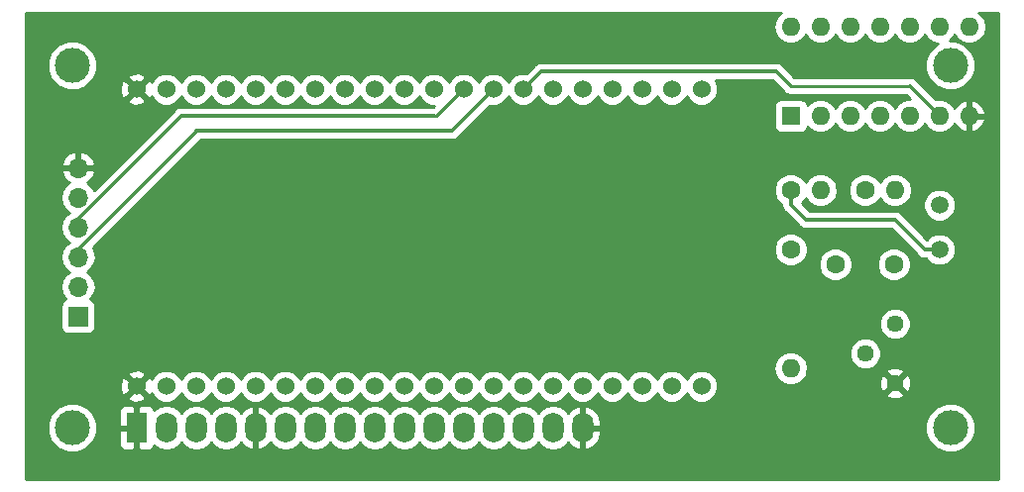
<source format=gbr>
G04 #@! TF.GenerationSoftware,KiCad,Pcbnew,(5.0.1-3-g963ef8bb5)*
G04 #@! TF.CreationDate,2020-05-21T20:41:20+01:00*
G04 #@! TF.ProjectId,Acorn_POST,41636F726E5F504F53542E6B69636164,rev?*
G04 #@! TF.SameCoordinates,Original*
G04 #@! TF.FileFunction,Copper,L2,Bot,Signal*
G04 #@! TF.FilePolarity,Positive*
%FSLAX46Y46*%
G04 Gerber Fmt 4.6, Leading zero omitted, Abs format (unit mm)*
G04 Created by KiCad (PCBNEW (5.0.1-3-g963ef8bb5)) date Thursday, 21 May 2020 at 20:41:20*
%MOMM*%
%LPD*%
G01*
G04 APERTURE LIST*
G04 #@! TA.AperFunction,ComponentPad*
%ADD10C,1.524000*%
G04 #@! TD*
G04 #@! TA.AperFunction,ComponentPad*
%ADD11C,1.600000*%
G04 #@! TD*
G04 #@! TA.AperFunction,ComponentPad*
%ADD12O,1.700000X1.700000*%
G04 #@! TD*
G04 #@! TA.AperFunction,ComponentPad*
%ADD13R,1.700000X1.700000*%
G04 #@! TD*
G04 #@! TA.AperFunction,ComponentPad*
%ADD14R,1.800000X2.600000*%
G04 #@! TD*
G04 #@! TA.AperFunction,ComponentPad*
%ADD15O,1.800000X2.600000*%
G04 #@! TD*
G04 #@! TA.AperFunction,ComponentPad*
%ADD16C,3.000000*%
G04 #@! TD*
G04 #@! TA.AperFunction,ComponentPad*
%ADD17O,1.600000X1.600000*%
G04 #@! TD*
G04 #@! TA.AperFunction,ComponentPad*
%ADD18C,1.440000*%
G04 #@! TD*
G04 #@! TA.AperFunction,ComponentPad*
%ADD19R,1.600000X1.600000*%
G04 #@! TD*
G04 #@! TA.AperFunction,ComponentPad*
%ADD20C,1.500000*%
G04 #@! TD*
G04 #@! TA.AperFunction,Conductor*
%ADD21C,0.250000*%
G04 #@! TD*
G04 #@! TA.AperFunction,Conductor*
%ADD22C,0.300000*%
G04 #@! TD*
G04 #@! TA.AperFunction,Conductor*
%ADD23C,0.254000*%
G04 #@! TD*
G04 APERTURE END LIST*
D10*
G04 #@! TO.P,U2,40*
G04 #@! TO.N,Net-(J1-Pad6)*
X110490000Y-80264000D03*
G04 #@! TO.P,U2,39*
G04 #@! TO.N,Net-(J1-Pad1)*
X113030000Y-80264000D03*
G04 #@! TO.P,U2,38*
G04 #@! TO.N,Net-(U2-Pad38)*
X115570000Y-80264000D03*
G04 #@! TO.P,U2,37*
G04 #@! TO.N,Net-(U2-Pad37)*
X118110000Y-80264000D03*
G04 #@! TO.P,U2,36*
G04 #@! TO.N,Net-(U2-Pad36)*
X120650000Y-80264000D03*
G04 #@! TO.P,U2,35*
G04 #@! TO.N,Net-(U2-Pad35)*
X123190000Y-80264000D03*
G04 #@! TO.P,U2,34*
G04 #@! TO.N,Net-(U2-Pad34)*
X125730000Y-80264000D03*
G04 #@! TO.P,U2,33*
G04 #@! TO.N,Net-(U2-Pad33)*
X128270000Y-80264000D03*
G04 #@! TO.P,U2,32*
G04 #@! TO.N,Net-(U2-Pad32)*
X130810000Y-80264000D03*
G04 #@! TO.P,U2,31*
G04 #@! TO.N,Net-(U2-Pad31)*
X133350000Y-80264000D03*
G04 #@! TO.P,U2,30*
G04 #@! TO.N,Net-(U2-Pad30)*
X135890000Y-80264000D03*
G04 #@! TO.P,U2,29*
G04 #@! TO.N,Net-(J1-Pad4)*
X138430000Y-80264000D03*
G04 #@! TO.P,U2,28*
G04 #@! TO.N,Net-(J1-Pad3)*
X140970000Y-80264000D03*
G04 #@! TO.P,U2,27*
G04 #@! TO.N,Net-(U2-Pad27)*
X143510000Y-80264000D03*
G04 #@! TO.P,U2,26*
G04 #@! TO.N,Net-(U2-Pad26)*
X146050000Y-80264000D03*
G04 #@! TO.P,U2,25*
G04 #@! TO.N,Net-(U2-Pad25)*
X148590000Y-80264000D03*
G04 #@! TO.P,U2,24*
G04 #@! TO.N,Net-(U2-Pad24)*
X151130000Y-80264000D03*
G04 #@! TO.P,U2,23*
G04 #@! TO.N,Net-(U2-Pad23)*
X153670000Y-80264000D03*
G04 #@! TO.P,U2,22*
G04 #@! TO.N,Net-(U2-Pad22)*
X156210000Y-80264000D03*
G04 #@! TO.P,U2,21*
G04 #@! TO.N,Net-(U2-Pad21)*
X158750000Y-80264000D03*
G04 #@! TO.P,U2,20*
G04 #@! TO.N,Net-(U2-Pad20)*
X158750000Y-105664000D03*
G04 #@! TO.P,U2,19*
G04 #@! TO.N,Net-(U2-Pad19)*
X156210000Y-105664000D03*
G04 #@! TO.P,U2,18*
G04 #@! TO.N,Net-(U2-Pad18)*
X153670000Y-105664000D03*
G04 #@! TO.P,U2,17*
G04 #@! TO.N,Net-(U2-Pad17)*
X151130000Y-105664000D03*
G04 #@! TO.P,U2,16*
G04 #@! TO.N,Net-(U2-Pad16)*
X148590000Y-105664000D03*
G04 #@! TO.P,U2,15*
G04 #@! TO.N,Net-(U2-Pad15)*
X146050000Y-105664000D03*
G04 #@! TO.P,U2,14*
G04 #@! TO.N,Net-(U1-Pad14)*
X143510000Y-105664000D03*
G04 #@! TO.P,U2,13*
G04 #@! TO.N,Net-(U1-Pad13)*
X140970000Y-105664000D03*
G04 #@! TO.P,U2,12*
G04 #@! TO.N,Net-(U1-Pad12)*
X138430000Y-105664000D03*
G04 #@! TO.P,U2,11*
G04 #@! TO.N,Net-(U1-Pad11)*
X135890000Y-105664000D03*
G04 #@! TO.P,U2,10*
G04 #@! TO.N,Net-(U2-Pad10)*
X133350000Y-105664000D03*
G04 #@! TO.P,U2,9*
G04 #@! TO.N,Net-(U2-Pad9)*
X130810000Y-105664000D03*
G04 #@! TO.P,U2,8*
G04 #@! TO.N,Net-(U2-Pad8)*
X128270000Y-105664000D03*
G04 #@! TO.P,U2,7*
G04 #@! TO.N,Net-(U2-Pad7)*
X125730000Y-105664000D03*
G04 #@! TO.P,U2,6*
G04 #@! TO.N,Net-(U1-Pad6)*
X123190000Y-105664000D03*
G04 #@! TO.P,U2,5*
G04 #@! TO.N,Net-(U1-Pad4)*
X120650000Y-105664000D03*
G04 #@! TO.P,U2,4*
G04 #@! TO.N,Net-(U2-Pad4)*
X118110000Y-105664000D03*
G04 #@! TO.P,U2,3*
G04 #@! TO.N,Net-(U2-Pad3)*
X115570000Y-105664000D03*
G04 #@! TO.P,U2,2*
G04 #@! TO.N,Net-(J1-Pad1)*
X113030000Y-105664000D03*
G04 #@! TO.P,U2,1*
G04 #@! TO.N,Net-(J1-Pad6)*
X110490000Y-105664000D03*
G04 #@! TD*
D11*
G04 #@! TO.P,C1,2*
G04 #@! TO.N,Net-(C1-Pad2)*
X175180000Y-95250000D03*
G04 #@! TO.P,C1,1*
G04 #@! TO.N,Net-(C1-Pad1)*
X170180000Y-95250000D03*
G04 #@! TD*
D12*
G04 #@! TO.P,J1,6*
G04 #@! TO.N,Net-(J1-Pad6)*
X105490000Y-86995000D03*
G04 #@! TO.P,J1,5*
G04 #@! TO.N,Net-(J1-Pad5)*
X105490000Y-89535000D03*
G04 #@! TO.P,J1,4*
G04 #@! TO.N,Net-(J1-Pad4)*
X105490000Y-92075000D03*
G04 #@! TO.P,J1,3*
G04 #@! TO.N,Net-(J1-Pad3)*
X105490000Y-94615000D03*
G04 #@! TO.P,J1,2*
G04 #@! TO.N,Net-(J1-Pad2)*
X105490000Y-97155000D03*
D13*
G04 #@! TO.P,J1,1*
G04 #@! TO.N,Net-(J1-Pad1)*
X105490000Y-99695000D03*
G04 #@! TD*
D14*
G04 #@! TO.P,U1,1*
G04 #@! TO.N,Net-(J1-Pad6)*
X110490000Y-109220000D03*
D15*
G04 #@! TO.P,U1,2*
G04 #@! TO.N,Net-(J1-Pad1)*
X113030000Y-109220000D03*
G04 #@! TO.P,U1,3*
G04 #@! TO.N,Net-(RV1-Pad2)*
X115570000Y-109220000D03*
G04 #@! TO.P,U1,4*
G04 #@! TO.N,Net-(U1-Pad4)*
X118110000Y-109220000D03*
G04 #@! TO.P,U1,5*
G04 #@! TO.N,Net-(J1-Pad6)*
X120650000Y-109220000D03*
G04 #@! TO.P,U1,6*
G04 #@! TO.N,Net-(U1-Pad6)*
X123190000Y-109220000D03*
G04 #@! TO.P,U1,7*
G04 #@! TO.N,Net-(U1-Pad7)*
X125730000Y-109220000D03*
G04 #@! TO.P,U1,8*
G04 #@! TO.N,Net-(U1-Pad8)*
X128270000Y-109220000D03*
G04 #@! TO.P,U1,9*
G04 #@! TO.N,Net-(U1-Pad9)*
X130810000Y-109220000D03*
G04 #@! TO.P,U1,10*
G04 #@! TO.N,Net-(U1-Pad10)*
X133350000Y-109220000D03*
G04 #@! TO.P,U1,11*
G04 #@! TO.N,Net-(U1-Pad11)*
X135890000Y-109220000D03*
G04 #@! TO.P,U1,12*
G04 #@! TO.N,Net-(U1-Pad12)*
X138430000Y-109220000D03*
G04 #@! TO.P,U1,13*
G04 #@! TO.N,Net-(U1-Pad13)*
X140970000Y-109220000D03*
G04 #@! TO.P,U1,14*
G04 #@! TO.N,Net-(U1-Pad14)*
X143510000Y-109220000D03*
G04 #@! TO.P,U1,15*
G04 #@! TO.N,Net-(R1-Pad2)*
X146050000Y-109220000D03*
G04 #@! TO.P,U1,16*
G04 #@! TO.N,Net-(J1-Pad6)*
X148590000Y-109220000D03*
D16*
G04 #@! TO.P,U1,*
G04 #@! TO.N,*
X104990900Y-109220000D03*
X104990900Y-78219300D03*
X179989480Y-78219300D03*
X179990000Y-109220000D03*
G04 #@! TD*
D11*
G04 #@! TO.P,R1,1*
G04 #@! TO.N,Net-(J1-Pad1)*
X166370000Y-93980000D03*
D17*
G04 #@! TO.P,R1,2*
G04 #@! TO.N,Net-(R1-Pad2)*
X166370000Y-104140000D03*
G04 #@! TD*
D11*
G04 #@! TO.P,R2,1*
G04 #@! TO.N,Net-(R2-Pad1)*
X166370000Y-88900000D03*
D17*
G04 #@! TO.P,R2,2*
G04 #@! TO.N,Net-(C1-Pad1)*
X168910000Y-88900000D03*
G04 #@! TD*
G04 #@! TO.P,R3,2*
G04 #@! TO.N,Net-(R3-Pad2)*
X175260000Y-88900000D03*
D11*
G04 #@! TO.P,R3,1*
G04 #@! TO.N,Net-(C1-Pad2)*
X172720000Y-88900000D03*
G04 #@! TD*
D18*
G04 #@! TO.P,RV1,3*
G04 #@! TO.N,Net-(J1-Pad6)*
X175260000Y-105410000D03*
G04 #@! TO.P,RV1,2*
G04 #@! TO.N,Net-(RV1-Pad2)*
X172720000Y-102870000D03*
G04 #@! TO.P,RV1,1*
G04 #@! TO.N,Net-(J1-Pad1)*
X175260000Y-100330000D03*
G04 #@! TD*
D19*
G04 #@! TO.P,U3,1*
G04 #@! TO.N,Net-(R2-Pad1)*
X166370000Y-82550000D03*
D17*
G04 #@! TO.P,U3,8*
G04 #@! TO.N,N/C*
X181610000Y-74930000D03*
G04 #@! TO.P,U3,2*
G04 #@! TO.N,Net-(C1-Pad1)*
X168910000Y-82550000D03*
G04 #@! TO.P,U3,9*
G04 #@! TO.N,N/C*
X179070000Y-74930000D03*
G04 #@! TO.P,U3,3*
G04 #@! TO.N,Net-(C1-Pad2)*
X171450000Y-82550000D03*
G04 #@! TO.P,U3,10*
G04 #@! TO.N,N/C*
X176530000Y-74930000D03*
G04 #@! TO.P,U3,4*
G04 #@! TO.N,Net-(R3-Pad2)*
X173990000Y-82550000D03*
G04 #@! TO.P,U3,11*
G04 #@! TO.N,N/C*
X173990000Y-74930000D03*
G04 #@! TO.P,U3,5*
G04 #@! TO.N,Net-(R3-Pad2)*
X176530000Y-82550000D03*
G04 #@! TO.P,U3,12*
G04 #@! TO.N,N/C*
X171450000Y-74930000D03*
G04 #@! TO.P,U3,6*
G04 #@! TO.N,Net-(U2-Pad27)*
X179070000Y-82550000D03*
G04 #@! TO.P,U3,13*
G04 #@! TO.N,N/C*
X168910000Y-74930000D03*
G04 #@! TO.P,U3,7*
G04 #@! TO.N,Net-(J1-Pad6)*
X181610000Y-82550000D03*
G04 #@! TO.P,U3,14*
G04 #@! TO.N,Net-(J1-Pad1)*
X166370000Y-74930000D03*
G04 #@! TD*
D20*
G04 #@! TO.P,Y1,1*
G04 #@! TO.N,Net-(R2-Pad1)*
X179070000Y-93980000D03*
G04 #@! TO.P,Y1,2*
G04 #@! TO.N,Net-(R3-Pad2)*
X179070000Y-90180000D03*
G04 #@! TD*
D21*
G04 #@! TO.N,Net-(U2-Pad27)*
X165100000Y-78740000D02*
X166370000Y-80010000D01*
X166370000Y-80010000D02*
X176530000Y-80010000D01*
D22*
X143510000Y-80264000D02*
X145034000Y-78740000D01*
X145034000Y-78740000D02*
X165100000Y-78740000D01*
X176530000Y-80010000D02*
X179070000Y-82550000D01*
G04 #@! TO.N,Net-(J1-Pad3)*
X137414000Y-83820000D02*
X140970000Y-80264000D01*
X115570000Y-83900000D02*
X105490000Y-93980000D01*
X115570000Y-83820000D02*
X115570000Y-83900000D01*
X115570000Y-83820000D02*
X137414000Y-83820000D01*
D21*
G04 #@! TO.N,Net-(J1-Pad4)*
X114300000Y-82550000D02*
X136144000Y-82550000D01*
D22*
X105410000Y-91440000D02*
X114300000Y-82550000D01*
X114300000Y-82550000D02*
X135890000Y-82550000D01*
X136144000Y-82550000D02*
X138430000Y-80264000D01*
D21*
G04 #@! TO.N,Net-(R2-Pad1)*
X177800000Y-93980000D02*
X175260000Y-91440000D01*
D22*
X166370000Y-90170000D02*
X167640000Y-91440000D01*
X166370000Y-88900000D02*
X166370000Y-90170000D01*
X167640000Y-91440000D02*
X175260000Y-91440000D01*
X177800000Y-93980000D02*
X179070000Y-93980000D01*
G04 #@! TD*
D23*
G04 #@! TO.N,Net-(J1-Pad6)*
G36*
X165335423Y-73895423D02*
X165018260Y-74370091D01*
X164906887Y-74930000D01*
X165018260Y-75489909D01*
X165335423Y-75964577D01*
X165810091Y-76281740D01*
X166228667Y-76365000D01*
X166511333Y-76365000D01*
X166929909Y-76281740D01*
X167404577Y-75964577D01*
X167640000Y-75612242D01*
X167875423Y-75964577D01*
X168350091Y-76281740D01*
X168768667Y-76365000D01*
X169051333Y-76365000D01*
X169469909Y-76281740D01*
X169944577Y-75964577D01*
X170180000Y-75612242D01*
X170415423Y-75964577D01*
X170890091Y-76281740D01*
X171308667Y-76365000D01*
X171591333Y-76365000D01*
X172009909Y-76281740D01*
X172484577Y-75964577D01*
X172720000Y-75612242D01*
X172955423Y-75964577D01*
X173430091Y-76281740D01*
X173848667Y-76365000D01*
X174131333Y-76365000D01*
X174549909Y-76281740D01*
X175024577Y-75964577D01*
X175260000Y-75612242D01*
X175495423Y-75964577D01*
X175970091Y-76281740D01*
X176388667Y-76365000D01*
X176671333Y-76365000D01*
X177089909Y-76281740D01*
X177564577Y-75964577D01*
X177800000Y-75612242D01*
X178035423Y-75964577D01*
X178510091Y-76281740D01*
X178900607Y-76359418D01*
X178780100Y-76409334D01*
X178179514Y-77009920D01*
X177854480Y-77794622D01*
X177854480Y-78643978D01*
X178179514Y-79428680D01*
X178780100Y-80029266D01*
X179564802Y-80354300D01*
X180414158Y-80354300D01*
X181198860Y-80029266D01*
X181799446Y-79428680D01*
X182124480Y-78643978D01*
X182124480Y-77794622D01*
X181799446Y-77009920D01*
X181198860Y-76409334D01*
X180414158Y-76084300D01*
X179925399Y-76084300D01*
X180104577Y-75964577D01*
X180340000Y-75612242D01*
X180575423Y-75964577D01*
X181050091Y-76281740D01*
X181468667Y-76365000D01*
X181751333Y-76365000D01*
X182169909Y-76281740D01*
X182644577Y-75964577D01*
X182961740Y-75489909D01*
X183073113Y-74930000D01*
X182961740Y-74370091D01*
X182644577Y-73895423D01*
X182404487Y-73735000D01*
X184075001Y-73735000D01*
X184075000Y-113590000D01*
X101040000Y-113590000D01*
X101040000Y-108795322D01*
X102855900Y-108795322D01*
X102855900Y-109644678D01*
X103180934Y-110429380D01*
X103781520Y-111029966D01*
X104566222Y-111355000D01*
X105415578Y-111355000D01*
X106200280Y-111029966D01*
X106800866Y-110429380D01*
X107125900Y-109644678D01*
X107125900Y-109505750D01*
X108955000Y-109505750D01*
X108955000Y-110646310D01*
X109051673Y-110879699D01*
X109230302Y-111058327D01*
X109463691Y-111155000D01*
X110204250Y-111155000D01*
X110363000Y-110996250D01*
X110363000Y-109347000D01*
X109113750Y-109347000D01*
X108955000Y-109505750D01*
X107125900Y-109505750D01*
X107125900Y-108795322D01*
X106800866Y-108010620D01*
X106583936Y-107793690D01*
X108955000Y-107793690D01*
X108955000Y-108934250D01*
X109113750Y-109093000D01*
X110363000Y-109093000D01*
X110363000Y-107443750D01*
X110617000Y-107443750D01*
X110617000Y-109093000D01*
X110637000Y-109093000D01*
X110637000Y-109347000D01*
X110617000Y-109347000D01*
X110617000Y-110996250D01*
X110775750Y-111155000D01*
X111516309Y-111155000D01*
X111749698Y-111058327D01*
X111928327Y-110879699D01*
X111976889Y-110762461D01*
X112431074Y-111065938D01*
X113030000Y-111185072D01*
X113628927Y-111065938D01*
X114136673Y-110726673D01*
X114300000Y-110482236D01*
X114463328Y-110726673D01*
X114971074Y-111065938D01*
X115570000Y-111185072D01*
X116168927Y-111065938D01*
X116676673Y-110726673D01*
X116840000Y-110482236D01*
X117003328Y-110726673D01*
X117511074Y-111065938D01*
X118110000Y-111185072D01*
X118708927Y-111065938D01*
X119216673Y-110726673D01*
X119391703Y-110464723D01*
X119654394Y-110795212D01*
X120179914Y-111086756D01*
X120285260Y-111111036D01*
X120523000Y-110990378D01*
X120523000Y-109347000D01*
X120503000Y-109347000D01*
X120503000Y-109093000D01*
X120523000Y-109093000D01*
X120523000Y-107449622D01*
X120777000Y-107449622D01*
X120777000Y-109093000D01*
X120797000Y-109093000D01*
X120797000Y-109347000D01*
X120777000Y-109347000D01*
X120777000Y-110990378D01*
X121014740Y-111111036D01*
X121120086Y-111086756D01*
X121645606Y-110795212D01*
X121908298Y-110464722D01*
X122083328Y-110726673D01*
X122591074Y-111065938D01*
X123190000Y-111185072D01*
X123788927Y-111065938D01*
X124296673Y-110726673D01*
X124460000Y-110482236D01*
X124623328Y-110726673D01*
X125131074Y-111065938D01*
X125730000Y-111185072D01*
X126328927Y-111065938D01*
X126836673Y-110726673D01*
X127000000Y-110482236D01*
X127163328Y-110726673D01*
X127671074Y-111065938D01*
X128270000Y-111185072D01*
X128868927Y-111065938D01*
X129376673Y-110726673D01*
X129540000Y-110482236D01*
X129703328Y-110726673D01*
X130211074Y-111065938D01*
X130810000Y-111185072D01*
X131408927Y-111065938D01*
X131916673Y-110726673D01*
X132080000Y-110482236D01*
X132243328Y-110726673D01*
X132751074Y-111065938D01*
X133350000Y-111185072D01*
X133948927Y-111065938D01*
X134456673Y-110726673D01*
X134620000Y-110482236D01*
X134783328Y-110726673D01*
X135291074Y-111065938D01*
X135890000Y-111185072D01*
X136488927Y-111065938D01*
X136996673Y-110726673D01*
X137160000Y-110482236D01*
X137323328Y-110726673D01*
X137831074Y-111065938D01*
X138430000Y-111185072D01*
X139028927Y-111065938D01*
X139536673Y-110726673D01*
X139700000Y-110482236D01*
X139863328Y-110726673D01*
X140371074Y-111065938D01*
X140970000Y-111185072D01*
X141568927Y-111065938D01*
X142076673Y-110726673D01*
X142240000Y-110482236D01*
X142403328Y-110726673D01*
X142911074Y-111065938D01*
X143510000Y-111185072D01*
X144108927Y-111065938D01*
X144616673Y-110726673D01*
X144780000Y-110482236D01*
X144943328Y-110726673D01*
X145451074Y-111065938D01*
X146050000Y-111185072D01*
X146648927Y-111065938D01*
X147156673Y-110726673D01*
X147331703Y-110464723D01*
X147594394Y-110795212D01*
X148119914Y-111086756D01*
X148225260Y-111111036D01*
X148463000Y-110990378D01*
X148463000Y-109347000D01*
X148717000Y-109347000D01*
X148717000Y-110990378D01*
X148954740Y-111111036D01*
X149060086Y-111086756D01*
X149585606Y-110795212D01*
X149959554Y-110324752D01*
X150125000Y-109747000D01*
X150125000Y-109347000D01*
X148717000Y-109347000D01*
X148463000Y-109347000D01*
X148443000Y-109347000D01*
X148443000Y-109093000D01*
X148463000Y-109093000D01*
X148463000Y-107449622D01*
X148717000Y-107449622D01*
X148717000Y-109093000D01*
X150125000Y-109093000D01*
X150125000Y-108795322D01*
X177855000Y-108795322D01*
X177855000Y-109644678D01*
X178180034Y-110429380D01*
X178780620Y-111029966D01*
X179565322Y-111355000D01*
X180414678Y-111355000D01*
X181199380Y-111029966D01*
X181799966Y-110429380D01*
X182125000Y-109644678D01*
X182125000Y-108795322D01*
X181799966Y-108010620D01*
X181199380Y-107410034D01*
X180414678Y-107085000D01*
X179565322Y-107085000D01*
X178780620Y-107410034D01*
X178180034Y-108010620D01*
X177855000Y-108795322D01*
X150125000Y-108795322D01*
X150125000Y-108693000D01*
X149959554Y-108115248D01*
X149585606Y-107644788D01*
X149060086Y-107353244D01*
X148954740Y-107328964D01*
X148717000Y-107449622D01*
X148463000Y-107449622D01*
X148225260Y-107328964D01*
X148119914Y-107353244D01*
X147594394Y-107644788D01*
X147331703Y-107975277D01*
X147156673Y-107713327D01*
X146648926Y-107374062D01*
X146050000Y-107254928D01*
X145451073Y-107374062D01*
X144943327Y-107713327D01*
X144780000Y-107957763D01*
X144616673Y-107713327D01*
X144108926Y-107374062D01*
X143510000Y-107254928D01*
X142911073Y-107374062D01*
X142403327Y-107713327D01*
X142240000Y-107957763D01*
X142076673Y-107713327D01*
X141568926Y-107374062D01*
X140970000Y-107254928D01*
X140371073Y-107374062D01*
X139863327Y-107713327D01*
X139700000Y-107957763D01*
X139536673Y-107713327D01*
X139028926Y-107374062D01*
X138430000Y-107254928D01*
X137831073Y-107374062D01*
X137323327Y-107713327D01*
X137160000Y-107957763D01*
X136996673Y-107713327D01*
X136488926Y-107374062D01*
X135890000Y-107254928D01*
X135291073Y-107374062D01*
X134783327Y-107713327D01*
X134620000Y-107957763D01*
X134456673Y-107713327D01*
X133948926Y-107374062D01*
X133350000Y-107254928D01*
X132751073Y-107374062D01*
X132243327Y-107713327D01*
X132080000Y-107957763D01*
X131916673Y-107713327D01*
X131408926Y-107374062D01*
X130810000Y-107254928D01*
X130211073Y-107374062D01*
X129703327Y-107713327D01*
X129540000Y-107957763D01*
X129376673Y-107713327D01*
X128868926Y-107374062D01*
X128270000Y-107254928D01*
X127671073Y-107374062D01*
X127163327Y-107713327D01*
X127000000Y-107957763D01*
X126836673Y-107713327D01*
X126328926Y-107374062D01*
X125730000Y-107254928D01*
X125131073Y-107374062D01*
X124623327Y-107713327D01*
X124460000Y-107957763D01*
X124296673Y-107713327D01*
X123788926Y-107374062D01*
X123190000Y-107254928D01*
X122591073Y-107374062D01*
X122083327Y-107713327D01*
X121908298Y-107975278D01*
X121645606Y-107644788D01*
X121120086Y-107353244D01*
X121014740Y-107328964D01*
X120777000Y-107449622D01*
X120523000Y-107449622D01*
X120285260Y-107328964D01*
X120179914Y-107353244D01*
X119654394Y-107644788D01*
X119391703Y-107975277D01*
X119216673Y-107713327D01*
X118708926Y-107374062D01*
X118110000Y-107254928D01*
X117511073Y-107374062D01*
X117003327Y-107713327D01*
X116840000Y-107957763D01*
X116676673Y-107713327D01*
X116168926Y-107374062D01*
X115570000Y-107254928D01*
X114971073Y-107374062D01*
X114463327Y-107713327D01*
X114300000Y-107957763D01*
X114136673Y-107713327D01*
X113628926Y-107374062D01*
X113030000Y-107254928D01*
X112431073Y-107374062D01*
X111976888Y-107677538D01*
X111928327Y-107560301D01*
X111749698Y-107381673D01*
X111516309Y-107285000D01*
X110775750Y-107285000D01*
X110617000Y-107443750D01*
X110363000Y-107443750D01*
X110204250Y-107285000D01*
X109463691Y-107285000D01*
X109230302Y-107381673D01*
X109051673Y-107560301D01*
X108955000Y-107793690D01*
X106583936Y-107793690D01*
X106200280Y-107410034D01*
X105415578Y-107085000D01*
X104566222Y-107085000D01*
X103781520Y-107410034D01*
X103180934Y-108010620D01*
X102855900Y-108795322D01*
X101040000Y-108795322D01*
X101040000Y-106644213D01*
X109689392Y-106644213D01*
X109758857Y-106886397D01*
X110282302Y-107073144D01*
X110837368Y-107045362D01*
X111221143Y-106886397D01*
X111290608Y-106644213D01*
X110490000Y-105843605D01*
X109689392Y-106644213D01*
X101040000Y-106644213D01*
X101040000Y-105456302D01*
X109080856Y-105456302D01*
X109108638Y-106011368D01*
X109267603Y-106395143D01*
X109509787Y-106464608D01*
X110310395Y-105664000D01*
X110669605Y-105664000D01*
X111470213Y-106464608D01*
X111712397Y-106395143D01*
X111762535Y-106254607D01*
X111845680Y-106455337D01*
X112238663Y-106848320D01*
X112752119Y-107061000D01*
X113307881Y-107061000D01*
X113821337Y-106848320D01*
X114214320Y-106455337D01*
X114300000Y-106248487D01*
X114385680Y-106455337D01*
X114778663Y-106848320D01*
X115292119Y-107061000D01*
X115847881Y-107061000D01*
X116361337Y-106848320D01*
X116754320Y-106455337D01*
X116840000Y-106248487D01*
X116925680Y-106455337D01*
X117318663Y-106848320D01*
X117832119Y-107061000D01*
X118387881Y-107061000D01*
X118901337Y-106848320D01*
X119294320Y-106455337D01*
X119380000Y-106248487D01*
X119465680Y-106455337D01*
X119858663Y-106848320D01*
X120372119Y-107061000D01*
X120927881Y-107061000D01*
X121441337Y-106848320D01*
X121834320Y-106455337D01*
X121920000Y-106248487D01*
X122005680Y-106455337D01*
X122398663Y-106848320D01*
X122912119Y-107061000D01*
X123467881Y-107061000D01*
X123981337Y-106848320D01*
X124374320Y-106455337D01*
X124460000Y-106248487D01*
X124545680Y-106455337D01*
X124938663Y-106848320D01*
X125452119Y-107061000D01*
X126007881Y-107061000D01*
X126521337Y-106848320D01*
X126914320Y-106455337D01*
X127000000Y-106248487D01*
X127085680Y-106455337D01*
X127478663Y-106848320D01*
X127992119Y-107061000D01*
X128547881Y-107061000D01*
X129061337Y-106848320D01*
X129454320Y-106455337D01*
X129540000Y-106248487D01*
X129625680Y-106455337D01*
X130018663Y-106848320D01*
X130532119Y-107061000D01*
X131087881Y-107061000D01*
X131601337Y-106848320D01*
X131994320Y-106455337D01*
X132080000Y-106248487D01*
X132165680Y-106455337D01*
X132558663Y-106848320D01*
X133072119Y-107061000D01*
X133627881Y-107061000D01*
X134141337Y-106848320D01*
X134534320Y-106455337D01*
X134620000Y-106248487D01*
X134705680Y-106455337D01*
X135098663Y-106848320D01*
X135612119Y-107061000D01*
X136167881Y-107061000D01*
X136681337Y-106848320D01*
X137074320Y-106455337D01*
X137160000Y-106248487D01*
X137245680Y-106455337D01*
X137638663Y-106848320D01*
X138152119Y-107061000D01*
X138707881Y-107061000D01*
X139221337Y-106848320D01*
X139614320Y-106455337D01*
X139700000Y-106248487D01*
X139785680Y-106455337D01*
X140178663Y-106848320D01*
X140692119Y-107061000D01*
X141247881Y-107061000D01*
X141761337Y-106848320D01*
X142154320Y-106455337D01*
X142240000Y-106248487D01*
X142325680Y-106455337D01*
X142718663Y-106848320D01*
X143232119Y-107061000D01*
X143787881Y-107061000D01*
X144301337Y-106848320D01*
X144694320Y-106455337D01*
X144780000Y-106248487D01*
X144865680Y-106455337D01*
X145258663Y-106848320D01*
X145772119Y-107061000D01*
X146327881Y-107061000D01*
X146841337Y-106848320D01*
X147234320Y-106455337D01*
X147320000Y-106248487D01*
X147405680Y-106455337D01*
X147798663Y-106848320D01*
X148312119Y-107061000D01*
X148867881Y-107061000D01*
X149381337Y-106848320D01*
X149774320Y-106455337D01*
X149860000Y-106248487D01*
X149945680Y-106455337D01*
X150338663Y-106848320D01*
X150852119Y-107061000D01*
X151407881Y-107061000D01*
X151921337Y-106848320D01*
X152314320Y-106455337D01*
X152400000Y-106248487D01*
X152485680Y-106455337D01*
X152878663Y-106848320D01*
X153392119Y-107061000D01*
X153947881Y-107061000D01*
X154461337Y-106848320D01*
X154854320Y-106455337D01*
X154940000Y-106248487D01*
X155025680Y-106455337D01*
X155418663Y-106848320D01*
X155932119Y-107061000D01*
X156487881Y-107061000D01*
X157001337Y-106848320D01*
X157394320Y-106455337D01*
X157480000Y-106248487D01*
X157565680Y-106455337D01*
X157958663Y-106848320D01*
X158472119Y-107061000D01*
X159027881Y-107061000D01*
X159541337Y-106848320D01*
X159934320Y-106455337D01*
X159973903Y-106359774D01*
X174489831Y-106359774D01*
X174554131Y-106597611D01*
X175062342Y-106777333D01*
X175600644Y-106748892D01*
X175965869Y-106597611D01*
X176030169Y-106359774D01*
X175260000Y-105589605D01*
X174489831Y-106359774D01*
X159973903Y-106359774D01*
X160147000Y-105941881D01*
X160147000Y-105386119D01*
X159934320Y-104872663D01*
X159541337Y-104479680D01*
X159027881Y-104267000D01*
X158472119Y-104267000D01*
X157958663Y-104479680D01*
X157565680Y-104872663D01*
X157480000Y-105079513D01*
X157394320Y-104872663D01*
X157001337Y-104479680D01*
X156487881Y-104267000D01*
X155932119Y-104267000D01*
X155418663Y-104479680D01*
X155025680Y-104872663D01*
X154940000Y-105079513D01*
X154854320Y-104872663D01*
X154461337Y-104479680D01*
X153947881Y-104267000D01*
X153392119Y-104267000D01*
X152878663Y-104479680D01*
X152485680Y-104872663D01*
X152400000Y-105079513D01*
X152314320Y-104872663D01*
X151921337Y-104479680D01*
X151407881Y-104267000D01*
X150852119Y-104267000D01*
X150338663Y-104479680D01*
X149945680Y-104872663D01*
X149860000Y-105079513D01*
X149774320Y-104872663D01*
X149381337Y-104479680D01*
X148867881Y-104267000D01*
X148312119Y-104267000D01*
X147798663Y-104479680D01*
X147405680Y-104872663D01*
X147320000Y-105079513D01*
X147234320Y-104872663D01*
X146841337Y-104479680D01*
X146327881Y-104267000D01*
X145772119Y-104267000D01*
X145258663Y-104479680D01*
X144865680Y-104872663D01*
X144780000Y-105079513D01*
X144694320Y-104872663D01*
X144301337Y-104479680D01*
X143787881Y-104267000D01*
X143232119Y-104267000D01*
X142718663Y-104479680D01*
X142325680Y-104872663D01*
X142240000Y-105079513D01*
X142154320Y-104872663D01*
X141761337Y-104479680D01*
X141247881Y-104267000D01*
X140692119Y-104267000D01*
X140178663Y-104479680D01*
X139785680Y-104872663D01*
X139700000Y-105079513D01*
X139614320Y-104872663D01*
X139221337Y-104479680D01*
X138707881Y-104267000D01*
X138152119Y-104267000D01*
X137638663Y-104479680D01*
X137245680Y-104872663D01*
X137160000Y-105079513D01*
X137074320Y-104872663D01*
X136681337Y-104479680D01*
X136167881Y-104267000D01*
X135612119Y-104267000D01*
X135098663Y-104479680D01*
X134705680Y-104872663D01*
X134620000Y-105079513D01*
X134534320Y-104872663D01*
X134141337Y-104479680D01*
X133627881Y-104267000D01*
X133072119Y-104267000D01*
X132558663Y-104479680D01*
X132165680Y-104872663D01*
X132080000Y-105079513D01*
X131994320Y-104872663D01*
X131601337Y-104479680D01*
X131087881Y-104267000D01*
X130532119Y-104267000D01*
X130018663Y-104479680D01*
X129625680Y-104872663D01*
X129540000Y-105079513D01*
X129454320Y-104872663D01*
X129061337Y-104479680D01*
X128547881Y-104267000D01*
X127992119Y-104267000D01*
X127478663Y-104479680D01*
X127085680Y-104872663D01*
X127000000Y-105079513D01*
X126914320Y-104872663D01*
X126521337Y-104479680D01*
X126007881Y-104267000D01*
X125452119Y-104267000D01*
X124938663Y-104479680D01*
X124545680Y-104872663D01*
X124460000Y-105079513D01*
X124374320Y-104872663D01*
X123981337Y-104479680D01*
X123467881Y-104267000D01*
X122912119Y-104267000D01*
X122398663Y-104479680D01*
X122005680Y-104872663D01*
X121920000Y-105079513D01*
X121834320Y-104872663D01*
X121441337Y-104479680D01*
X120927881Y-104267000D01*
X120372119Y-104267000D01*
X119858663Y-104479680D01*
X119465680Y-104872663D01*
X119380000Y-105079513D01*
X119294320Y-104872663D01*
X118901337Y-104479680D01*
X118387881Y-104267000D01*
X117832119Y-104267000D01*
X117318663Y-104479680D01*
X116925680Y-104872663D01*
X116840000Y-105079513D01*
X116754320Y-104872663D01*
X116361337Y-104479680D01*
X115847881Y-104267000D01*
X115292119Y-104267000D01*
X114778663Y-104479680D01*
X114385680Y-104872663D01*
X114300000Y-105079513D01*
X114214320Y-104872663D01*
X113821337Y-104479680D01*
X113307881Y-104267000D01*
X112752119Y-104267000D01*
X112238663Y-104479680D01*
X111845680Y-104872663D01*
X111766572Y-105063647D01*
X111712397Y-104932857D01*
X111470213Y-104863392D01*
X110669605Y-105664000D01*
X110310395Y-105664000D01*
X109509787Y-104863392D01*
X109267603Y-104932857D01*
X109080856Y-105456302D01*
X101040000Y-105456302D01*
X101040000Y-104683787D01*
X109689392Y-104683787D01*
X110490000Y-105484395D01*
X111290608Y-104683787D01*
X111221143Y-104441603D01*
X110697698Y-104254856D01*
X110142632Y-104282638D01*
X109758857Y-104441603D01*
X109689392Y-104683787D01*
X101040000Y-104683787D01*
X101040000Y-104140000D01*
X164906887Y-104140000D01*
X165018260Y-104699909D01*
X165335423Y-105174577D01*
X165810091Y-105491740D01*
X166228667Y-105575000D01*
X166511333Y-105575000D01*
X166929909Y-105491740D01*
X167348057Y-105212342D01*
X173892667Y-105212342D01*
X173921108Y-105750644D01*
X174072389Y-106115869D01*
X174310226Y-106180169D01*
X175080395Y-105410000D01*
X175439605Y-105410000D01*
X176209774Y-106180169D01*
X176447611Y-106115869D01*
X176627333Y-105607658D01*
X176598892Y-105069356D01*
X176447611Y-104704131D01*
X176209774Y-104639831D01*
X175439605Y-105410000D01*
X175080395Y-105410000D01*
X174310226Y-104639831D01*
X174072389Y-104704131D01*
X173892667Y-105212342D01*
X167348057Y-105212342D01*
X167404577Y-105174577D01*
X167721740Y-104699909D01*
X167769415Y-104460226D01*
X174489831Y-104460226D01*
X175260000Y-105230395D01*
X176030169Y-104460226D01*
X175965869Y-104222389D01*
X175457658Y-104042667D01*
X174919356Y-104071108D01*
X174554131Y-104222389D01*
X174489831Y-104460226D01*
X167769415Y-104460226D01*
X167833113Y-104140000D01*
X167721740Y-103580091D01*
X167404577Y-103105423D01*
X166929909Y-102788260D01*
X166511333Y-102705000D01*
X166228667Y-102705000D01*
X165810091Y-102788260D01*
X165335423Y-103105423D01*
X165018260Y-103580091D01*
X164906887Y-104140000D01*
X101040000Y-104140000D01*
X101040000Y-102600474D01*
X171365000Y-102600474D01*
X171365000Y-103139526D01*
X171571286Y-103637546D01*
X171952454Y-104018714D01*
X172450474Y-104225000D01*
X172989526Y-104225000D01*
X173487546Y-104018714D01*
X173868714Y-103637546D01*
X174075000Y-103139526D01*
X174075000Y-102600474D01*
X173868714Y-102102454D01*
X173487546Y-101721286D01*
X172989526Y-101515000D01*
X172450474Y-101515000D01*
X171952454Y-101721286D01*
X171571286Y-102102454D01*
X171365000Y-102600474D01*
X101040000Y-102600474D01*
X101040000Y-89535000D01*
X103975908Y-89535000D01*
X104091161Y-90114418D01*
X104419375Y-90605625D01*
X104717761Y-90805000D01*
X104419375Y-91004375D01*
X104091161Y-91495582D01*
X103975908Y-92075000D01*
X104091161Y-92654418D01*
X104419375Y-93145625D01*
X104717761Y-93345000D01*
X104419375Y-93544375D01*
X104091161Y-94035582D01*
X103975908Y-94615000D01*
X104091161Y-95194418D01*
X104419375Y-95685625D01*
X104717761Y-95885000D01*
X104419375Y-96084375D01*
X104091161Y-96575582D01*
X103975908Y-97155000D01*
X104091161Y-97734418D01*
X104419375Y-98225625D01*
X104437619Y-98237816D01*
X104392235Y-98246843D01*
X104182191Y-98387191D01*
X104041843Y-98597235D01*
X103992560Y-98845000D01*
X103992560Y-100545000D01*
X104041843Y-100792765D01*
X104182191Y-101002809D01*
X104392235Y-101143157D01*
X104640000Y-101192440D01*
X106340000Y-101192440D01*
X106587765Y-101143157D01*
X106797809Y-101002809D01*
X106938157Y-100792765D01*
X106987440Y-100545000D01*
X106987440Y-100060474D01*
X173905000Y-100060474D01*
X173905000Y-100599526D01*
X174111286Y-101097546D01*
X174492454Y-101478714D01*
X174990474Y-101685000D01*
X175529526Y-101685000D01*
X176027546Y-101478714D01*
X176408714Y-101097546D01*
X176615000Y-100599526D01*
X176615000Y-100060474D01*
X176408714Y-99562454D01*
X176027546Y-99181286D01*
X175529526Y-98975000D01*
X174990474Y-98975000D01*
X174492454Y-99181286D01*
X174111286Y-99562454D01*
X173905000Y-100060474D01*
X106987440Y-100060474D01*
X106987440Y-98845000D01*
X106938157Y-98597235D01*
X106797809Y-98387191D01*
X106587765Y-98246843D01*
X106542381Y-98237816D01*
X106560625Y-98225625D01*
X106888839Y-97734418D01*
X107004092Y-97155000D01*
X106888839Y-96575582D01*
X106560625Y-96084375D01*
X106262239Y-95885000D01*
X106560625Y-95685625D01*
X106888839Y-95194418D01*
X107004092Y-94615000D01*
X106888839Y-94035582D01*
X106750946Y-93829211D01*
X106885596Y-93694561D01*
X164935000Y-93694561D01*
X164935000Y-94265439D01*
X165153466Y-94792862D01*
X165557138Y-95196534D01*
X166084561Y-95415000D01*
X166655439Y-95415000D01*
X167182862Y-95196534D01*
X167414835Y-94964561D01*
X168745000Y-94964561D01*
X168745000Y-95535439D01*
X168963466Y-96062862D01*
X169367138Y-96466534D01*
X169894561Y-96685000D01*
X170465439Y-96685000D01*
X170992862Y-96466534D01*
X171396534Y-96062862D01*
X171615000Y-95535439D01*
X171615000Y-94964561D01*
X173745000Y-94964561D01*
X173745000Y-95535439D01*
X173963466Y-96062862D01*
X174367138Y-96466534D01*
X174894561Y-96685000D01*
X175465439Y-96685000D01*
X175992862Y-96466534D01*
X176396534Y-96062862D01*
X176615000Y-95535439D01*
X176615000Y-94964561D01*
X176396534Y-94437138D01*
X175992862Y-94033466D01*
X175465439Y-93815000D01*
X174894561Y-93815000D01*
X174367138Y-94033466D01*
X173963466Y-94437138D01*
X173745000Y-94964561D01*
X171615000Y-94964561D01*
X171396534Y-94437138D01*
X170992862Y-94033466D01*
X170465439Y-93815000D01*
X169894561Y-93815000D01*
X169367138Y-94033466D01*
X168963466Y-94437138D01*
X168745000Y-94964561D01*
X167414835Y-94964561D01*
X167586534Y-94792862D01*
X167805000Y-94265439D01*
X167805000Y-93694561D01*
X167586534Y-93167138D01*
X167182862Y-92763466D01*
X166655439Y-92545000D01*
X166084561Y-92545000D01*
X165557138Y-92763466D01*
X165153466Y-93167138D01*
X164935000Y-93694561D01*
X106885596Y-93694561D01*
X111965596Y-88614561D01*
X164935000Y-88614561D01*
X164935000Y-89185439D01*
X165153466Y-89712862D01*
X165557138Y-90116534D01*
X165578497Y-90125381D01*
X165569622Y-90170000D01*
X165630546Y-90476291D01*
X165760251Y-90670408D01*
X165760254Y-90670411D01*
X165804048Y-90735953D01*
X165869590Y-90779747D01*
X167030253Y-91940411D01*
X167074047Y-92005953D01*
X167139589Y-92049747D01*
X167139591Y-92049749D01*
X167214625Y-92099885D01*
X167333708Y-92179454D01*
X167562684Y-92225000D01*
X167562688Y-92225000D01*
X167639999Y-92240378D01*
X167717310Y-92225000D01*
X174970199Y-92225000D01*
X177119058Y-94373861D01*
X177234047Y-94545953D01*
X177493708Y-94719454D01*
X177722684Y-94765000D01*
X177896313Y-94765000D01*
X178285460Y-95154147D01*
X178794506Y-95365000D01*
X179345494Y-95365000D01*
X179854540Y-95154147D01*
X180244147Y-94764540D01*
X180455000Y-94255494D01*
X180455000Y-93704506D01*
X180244147Y-93195460D01*
X179854540Y-92805853D01*
X179345494Y-92595000D01*
X178794506Y-92595000D01*
X178285460Y-92805853D01*
X177993058Y-93098255D01*
X175940945Y-91046144D01*
X175825953Y-90874047D01*
X175566292Y-90700546D01*
X175337316Y-90655000D01*
X167965158Y-90655000D01*
X167304777Y-89994619D01*
X167586534Y-89712862D01*
X167640394Y-89582832D01*
X167875423Y-89934577D01*
X168350091Y-90251740D01*
X168768667Y-90335000D01*
X169051333Y-90335000D01*
X169469909Y-90251740D01*
X169944577Y-89934577D01*
X170261740Y-89459909D01*
X170373113Y-88900000D01*
X170316336Y-88614561D01*
X171285000Y-88614561D01*
X171285000Y-89185439D01*
X171503466Y-89712862D01*
X171907138Y-90116534D01*
X172434561Y-90335000D01*
X173005439Y-90335000D01*
X173532862Y-90116534D01*
X173936534Y-89712862D01*
X173990394Y-89582832D01*
X174225423Y-89934577D01*
X174700091Y-90251740D01*
X175118667Y-90335000D01*
X175401333Y-90335000D01*
X175819909Y-90251740D01*
X176294577Y-89934577D01*
X176314669Y-89904506D01*
X177685000Y-89904506D01*
X177685000Y-90455494D01*
X177895853Y-90964540D01*
X178285460Y-91354147D01*
X178794506Y-91565000D01*
X179345494Y-91565000D01*
X179854540Y-91354147D01*
X180244147Y-90964540D01*
X180455000Y-90455494D01*
X180455000Y-89904506D01*
X180244147Y-89395460D01*
X179854540Y-89005853D01*
X179345494Y-88795000D01*
X178794506Y-88795000D01*
X178285460Y-89005853D01*
X177895853Y-89395460D01*
X177685000Y-89904506D01*
X176314669Y-89904506D01*
X176611740Y-89459909D01*
X176723113Y-88900000D01*
X176611740Y-88340091D01*
X176294577Y-87865423D01*
X175819909Y-87548260D01*
X175401333Y-87465000D01*
X175118667Y-87465000D01*
X174700091Y-87548260D01*
X174225423Y-87865423D01*
X173990394Y-88217168D01*
X173936534Y-88087138D01*
X173532862Y-87683466D01*
X173005439Y-87465000D01*
X172434561Y-87465000D01*
X171907138Y-87683466D01*
X171503466Y-88087138D01*
X171285000Y-88614561D01*
X170316336Y-88614561D01*
X170261740Y-88340091D01*
X169944577Y-87865423D01*
X169469909Y-87548260D01*
X169051333Y-87465000D01*
X168768667Y-87465000D01*
X168350091Y-87548260D01*
X167875423Y-87865423D01*
X167640394Y-88217168D01*
X167586534Y-88087138D01*
X167182862Y-87683466D01*
X166655439Y-87465000D01*
X166084561Y-87465000D01*
X165557138Y-87683466D01*
X165153466Y-88087138D01*
X164935000Y-88614561D01*
X111965596Y-88614561D01*
X115975157Y-84605000D01*
X137336688Y-84605000D01*
X137414000Y-84620378D01*
X137491312Y-84605000D01*
X137491316Y-84605000D01*
X137720292Y-84559454D01*
X137979953Y-84385953D01*
X138023749Y-84320408D01*
X140685782Y-81658375D01*
X140692119Y-81661000D01*
X141247881Y-81661000D01*
X141761337Y-81448320D01*
X142154320Y-81055337D01*
X142240000Y-80848487D01*
X142325680Y-81055337D01*
X142718663Y-81448320D01*
X143232119Y-81661000D01*
X143787881Y-81661000D01*
X144301337Y-81448320D01*
X144694320Y-81055337D01*
X144780000Y-80848487D01*
X144865680Y-81055337D01*
X145258663Y-81448320D01*
X145772119Y-81661000D01*
X146327881Y-81661000D01*
X146841337Y-81448320D01*
X147234320Y-81055337D01*
X147320000Y-80848487D01*
X147405680Y-81055337D01*
X147798663Y-81448320D01*
X148312119Y-81661000D01*
X148867881Y-81661000D01*
X149381337Y-81448320D01*
X149774320Y-81055337D01*
X149860000Y-80848487D01*
X149945680Y-81055337D01*
X150338663Y-81448320D01*
X150852119Y-81661000D01*
X151407881Y-81661000D01*
X151921337Y-81448320D01*
X152314320Y-81055337D01*
X152400000Y-80848487D01*
X152485680Y-81055337D01*
X152878663Y-81448320D01*
X153392119Y-81661000D01*
X153947881Y-81661000D01*
X154461337Y-81448320D01*
X154854320Y-81055337D01*
X154940000Y-80848487D01*
X155025680Y-81055337D01*
X155418663Y-81448320D01*
X155932119Y-81661000D01*
X156487881Y-81661000D01*
X157001337Y-81448320D01*
X157394320Y-81055337D01*
X157480000Y-80848487D01*
X157565680Y-81055337D01*
X157958663Y-81448320D01*
X158472119Y-81661000D01*
X159027881Y-81661000D01*
X159541337Y-81448320D01*
X159934320Y-81055337D01*
X160147000Y-80541881D01*
X160147000Y-79986119D01*
X159955999Y-79525000D01*
X164810199Y-79525000D01*
X165779671Y-80494473D01*
X165822071Y-80557929D01*
X166073463Y-80725904D01*
X166295148Y-80770000D01*
X166295152Y-80770000D01*
X166369999Y-80784888D01*
X166444846Y-80770000D01*
X176179843Y-80770000D01*
X176524843Y-81115000D01*
X176388667Y-81115000D01*
X175970091Y-81198260D01*
X175495423Y-81515423D01*
X175260000Y-81867758D01*
X175024577Y-81515423D01*
X174549909Y-81198260D01*
X174131333Y-81115000D01*
X173848667Y-81115000D01*
X173430091Y-81198260D01*
X172955423Y-81515423D01*
X172720000Y-81867758D01*
X172484577Y-81515423D01*
X172009909Y-81198260D01*
X171591333Y-81115000D01*
X171308667Y-81115000D01*
X170890091Y-81198260D01*
X170415423Y-81515423D01*
X170180000Y-81867758D01*
X169944577Y-81515423D01*
X169469909Y-81198260D01*
X169051333Y-81115000D01*
X168768667Y-81115000D01*
X168350091Y-81198260D01*
X167875423Y-81515423D01*
X167794785Y-81636106D01*
X167768157Y-81502235D01*
X167627809Y-81292191D01*
X167417765Y-81151843D01*
X167170000Y-81102560D01*
X165570000Y-81102560D01*
X165322235Y-81151843D01*
X165112191Y-81292191D01*
X164971843Y-81502235D01*
X164922560Y-81750000D01*
X164922560Y-83350000D01*
X164971843Y-83597765D01*
X165112191Y-83807809D01*
X165322235Y-83948157D01*
X165570000Y-83997440D01*
X167170000Y-83997440D01*
X167417765Y-83948157D01*
X167627809Y-83807809D01*
X167768157Y-83597765D01*
X167794785Y-83463894D01*
X167875423Y-83584577D01*
X168350091Y-83901740D01*
X168768667Y-83985000D01*
X169051333Y-83985000D01*
X169469909Y-83901740D01*
X169944577Y-83584577D01*
X170180000Y-83232242D01*
X170415423Y-83584577D01*
X170890091Y-83901740D01*
X171308667Y-83985000D01*
X171591333Y-83985000D01*
X172009909Y-83901740D01*
X172484577Y-83584577D01*
X172720000Y-83232242D01*
X172955423Y-83584577D01*
X173430091Y-83901740D01*
X173848667Y-83985000D01*
X174131333Y-83985000D01*
X174549909Y-83901740D01*
X175024577Y-83584577D01*
X175260000Y-83232242D01*
X175495423Y-83584577D01*
X175970091Y-83901740D01*
X176388667Y-83985000D01*
X176671333Y-83985000D01*
X177089909Y-83901740D01*
X177564577Y-83584577D01*
X177800000Y-83232242D01*
X178035423Y-83584577D01*
X178510091Y-83901740D01*
X178928667Y-83985000D01*
X179211333Y-83985000D01*
X179629909Y-83901740D01*
X180104577Y-83584577D01*
X180360947Y-83200892D01*
X180457611Y-83405134D01*
X180872577Y-83781041D01*
X181260961Y-83941904D01*
X181483000Y-83819915D01*
X181483000Y-82677000D01*
X181737000Y-82677000D01*
X181737000Y-83819915D01*
X181959039Y-83941904D01*
X182347423Y-83781041D01*
X182762389Y-83405134D01*
X183001914Y-82899041D01*
X182880629Y-82677000D01*
X181737000Y-82677000D01*
X181483000Y-82677000D01*
X181463000Y-82677000D01*
X181463000Y-82423000D01*
X181483000Y-82423000D01*
X181483000Y-81280085D01*
X181737000Y-81280085D01*
X181737000Y-82423000D01*
X182880629Y-82423000D01*
X183001914Y-82200959D01*
X182762389Y-81694866D01*
X182347423Y-81318959D01*
X181959039Y-81158096D01*
X181737000Y-81280085D01*
X181483000Y-81280085D01*
X181260961Y-81158096D01*
X180872577Y-81318959D01*
X180457611Y-81694866D01*
X180360947Y-81899108D01*
X180104577Y-81515423D01*
X179629909Y-81198260D01*
X179211333Y-81115000D01*
X178928667Y-81115000D01*
X178775604Y-81145446D01*
X177030408Y-79400251D01*
X176836291Y-79270546D01*
X176530000Y-79209622D01*
X176327003Y-79250000D01*
X166684802Y-79250000D01*
X165780945Y-78346144D01*
X165665953Y-78174047D01*
X165406292Y-78000546D01*
X165177316Y-77955000D01*
X145111310Y-77955000D01*
X145033999Y-77939622D01*
X144956688Y-77955000D01*
X144956684Y-77955000D01*
X144727708Y-78000546D01*
X144727706Y-78000547D01*
X144727707Y-78000547D01*
X144533591Y-78130251D01*
X144533589Y-78130253D01*
X144468047Y-78174047D01*
X144424253Y-78239589D01*
X143794218Y-78869625D01*
X143787881Y-78867000D01*
X143232119Y-78867000D01*
X142718663Y-79079680D01*
X142325680Y-79472663D01*
X142240000Y-79679513D01*
X142154320Y-79472663D01*
X141761337Y-79079680D01*
X141247881Y-78867000D01*
X140692119Y-78867000D01*
X140178663Y-79079680D01*
X139785680Y-79472663D01*
X139700000Y-79679513D01*
X139614320Y-79472663D01*
X139221337Y-79079680D01*
X138707881Y-78867000D01*
X138152119Y-78867000D01*
X137638663Y-79079680D01*
X137245680Y-79472663D01*
X137160000Y-79679513D01*
X137074320Y-79472663D01*
X136681337Y-79079680D01*
X136167881Y-78867000D01*
X135612119Y-78867000D01*
X135098663Y-79079680D01*
X134705680Y-79472663D01*
X134620000Y-79679513D01*
X134534320Y-79472663D01*
X134141337Y-79079680D01*
X133627881Y-78867000D01*
X133072119Y-78867000D01*
X132558663Y-79079680D01*
X132165680Y-79472663D01*
X132080000Y-79679513D01*
X131994320Y-79472663D01*
X131601337Y-79079680D01*
X131087881Y-78867000D01*
X130532119Y-78867000D01*
X130018663Y-79079680D01*
X129625680Y-79472663D01*
X129540000Y-79679513D01*
X129454320Y-79472663D01*
X129061337Y-79079680D01*
X128547881Y-78867000D01*
X127992119Y-78867000D01*
X127478663Y-79079680D01*
X127085680Y-79472663D01*
X127000000Y-79679513D01*
X126914320Y-79472663D01*
X126521337Y-79079680D01*
X126007881Y-78867000D01*
X125452119Y-78867000D01*
X124938663Y-79079680D01*
X124545680Y-79472663D01*
X124460000Y-79679513D01*
X124374320Y-79472663D01*
X123981337Y-79079680D01*
X123467881Y-78867000D01*
X122912119Y-78867000D01*
X122398663Y-79079680D01*
X122005680Y-79472663D01*
X121920000Y-79679513D01*
X121834320Y-79472663D01*
X121441337Y-79079680D01*
X120927881Y-78867000D01*
X120372119Y-78867000D01*
X119858663Y-79079680D01*
X119465680Y-79472663D01*
X119380000Y-79679513D01*
X119294320Y-79472663D01*
X118901337Y-79079680D01*
X118387881Y-78867000D01*
X117832119Y-78867000D01*
X117318663Y-79079680D01*
X116925680Y-79472663D01*
X116840000Y-79679513D01*
X116754320Y-79472663D01*
X116361337Y-79079680D01*
X115847881Y-78867000D01*
X115292119Y-78867000D01*
X114778663Y-79079680D01*
X114385680Y-79472663D01*
X114300000Y-79679513D01*
X114214320Y-79472663D01*
X113821337Y-79079680D01*
X113307881Y-78867000D01*
X112752119Y-78867000D01*
X112238663Y-79079680D01*
X111845680Y-79472663D01*
X111766572Y-79663647D01*
X111712397Y-79532857D01*
X111470213Y-79463392D01*
X110669605Y-80264000D01*
X111470213Y-81064608D01*
X111712397Y-80995143D01*
X111762535Y-80854607D01*
X111845680Y-81055337D01*
X112238663Y-81448320D01*
X112752119Y-81661000D01*
X113307881Y-81661000D01*
X113821337Y-81448320D01*
X114214320Y-81055337D01*
X114300000Y-80848487D01*
X114385680Y-81055337D01*
X114778663Y-81448320D01*
X115292119Y-81661000D01*
X115847881Y-81661000D01*
X116361337Y-81448320D01*
X116754320Y-81055337D01*
X116840000Y-80848487D01*
X116925680Y-81055337D01*
X117318663Y-81448320D01*
X117832119Y-81661000D01*
X118387881Y-81661000D01*
X118901337Y-81448320D01*
X119294320Y-81055337D01*
X119380000Y-80848487D01*
X119465680Y-81055337D01*
X119858663Y-81448320D01*
X120372119Y-81661000D01*
X120927881Y-81661000D01*
X121441337Y-81448320D01*
X121834320Y-81055337D01*
X121920000Y-80848487D01*
X122005680Y-81055337D01*
X122398663Y-81448320D01*
X122912119Y-81661000D01*
X123467881Y-81661000D01*
X123981337Y-81448320D01*
X124374320Y-81055337D01*
X124460000Y-80848487D01*
X124545680Y-81055337D01*
X124938663Y-81448320D01*
X125452119Y-81661000D01*
X126007881Y-81661000D01*
X126521337Y-81448320D01*
X126914320Y-81055337D01*
X127000000Y-80848487D01*
X127085680Y-81055337D01*
X127478663Y-81448320D01*
X127992119Y-81661000D01*
X128547881Y-81661000D01*
X129061337Y-81448320D01*
X129454320Y-81055337D01*
X129540000Y-80848487D01*
X129625680Y-81055337D01*
X130018663Y-81448320D01*
X130532119Y-81661000D01*
X131087881Y-81661000D01*
X131601337Y-81448320D01*
X131994320Y-81055337D01*
X132080000Y-80848487D01*
X132165680Y-81055337D01*
X132558663Y-81448320D01*
X133072119Y-81661000D01*
X133627881Y-81661000D01*
X134141337Y-81448320D01*
X134534320Y-81055337D01*
X134620000Y-80848487D01*
X134705680Y-81055337D01*
X135098663Y-81448320D01*
X135612119Y-81661000D01*
X135922843Y-81661000D01*
X135818843Y-81765000D01*
X114377312Y-81765000D01*
X114300000Y-81749622D01*
X114222688Y-81765000D01*
X114222684Y-81765000D01*
X113993708Y-81810546D01*
X113734047Y-81984047D01*
X113690252Y-82049591D01*
X106846951Y-88892892D01*
X106560625Y-88464375D01*
X106241522Y-88251157D01*
X106371358Y-88190183D01*
X106761645Y-87761924D01*
X106931476Y-87351890D01*
X106810155Y-87122000D01*
X105617000Y-87122000D01*
X105617000Y-87142000D01*
X105363000Y-87142000D01*
X105363000Y-87122000D01*
X104169845Y-87122000D01*
X104048524Y-87351890D01*
X104218355Y-87761924D01*
X104608642Y-88190183D01*
X104738478Y-88251157D01*
X104419375Y-88464375D01*
X104091161Y-88955582D01*
X103975908Y-89535000D01*
X101040000Y-89535000D01*
X101040000Y-86638110D01*
X104048524Y-86638110D01*
X104169845Y-86868000D01*
X105363000Y-86868000D01*
X105363000Y-85674181D01*
X105617000Y-85674181D01*
X105617000Y-86868000D01*
X106810155Y-86868000D01*
X106931476Y-86638110D01*
X106761645Y-86228076D01*
X106371358Y-85799817D01*
X105846892Y-85553514D01*
X105617000Y-85674181D01*
X105363000Y-85674181D01*
X105133108Y-85553514D01*
X104608642Y-85799817D01*
X104218355Y-86228076D01*
X104048524Y-86638110D01*
X101040000Y-86638110D01*
X101040000Y-81244213D01*
X109689392Y-81244213D01*
X109758857Y-81486397D01*
X110282302Y-81673144D01*
X110837368Y-81645362D01*
X111221143Y-81486397D01*
X111290608Y-81244213D01*
X110490000Y-80443605D01*
X109689392Y-81244213D01*
X101040000Y-81244213D01*
X101040000Y-77794622D01*
X102855900Y-77794622D01*
X102855900Y-78643978D01*
X103180934Y-79428680D01*
X103781520Y-80029266D01*
X104566222Y-80354300D01*
X105415578Y-80354300D01*
X106135009Y-80056302D01*
X109080856Y-80056302D01*
X109108638Y-80611368D01*
X109267603Y-80995143D01*
X109509787Y-81064608D01*
X110310395Y-80264000D01*
X109509787Y-79463392D01*
X109267603Y-79532857D01*
X109080856Y-80056302D01*
X106135009Y-80056302D01*
X106200280Y-80029266D01*
X106800866Y-79428680D01*
X106860882Y-79283787D01*
X109689392Y-79283787D01*
X110490000Y-80084395D01*
X111290608Y-79283787D01*
X111221143Y-79041603D01*
X110697698Y-78854856D01*
X110142632Y-78882638D01*
X109758857Y-79041603D01*
X109689392Y-79283787D01*
X106860882Y-79283787D01*
X107125900Y-78643978D01*
X107125900Y-77794622D01*
X106800866Y-77009920D01*
X106200280Y-76409334D01*
X105415578Y-76084300D01*
X104566222Y-76084300D01*
X103781520Y-76409334D01*
X103180934Y-77009920D01*
X102855900Y-77794622D01*
X101040000Y-77794622D01*
X101040000Y-73735000D01*
X165575513Y-73735000D01*
X165335423Y-73895423D01*
X165335423Y-73895423D01*
G37*
X165335423Y-73895423D02*
X165018260Y-74370091D01*
X164906887Y-74930000D01*
X165018260Y-75489909D01*
X165335423Y-75964577D01*
X165810091Y-76281740D01*
X166228667Y-76365000D01*
X166511333Y-76365000D01*
X166929909Y-76281740D01*
X167404577Y-75964577D01*
X167640000Y-75612242D01*
X167875423Y-75964577D01*
X168350091Y-76281740D01*
X168768667Y-76365000D01*
X169051333Y-76365000D01*
X169469909Y-76281740D01*
X169944577Y-75964577D01*
X170180000Y-75612242D01*
X170415423Y-75964577D01*
X170890091Y-76281740D01*
X171308667Y-76365000D01*
X171591333Y-76365000D01*
X172009909Y-76281740D01*
X172484577Y-75964577D01*
X172720000Y-75612242D01*
X172955423Y-75964577D01*
X173430091Y-76281740D01*
X173848667Y-76365000D01*
X174131333Y-76365000D01*
X174549909Y-76281740D01*
X175024577Y-75964577D01*
X175260000Y-75612242D01*
X175495423Y-75964577D01*
X175970091Y-76281740D01*
X176388667Y-76365000D01*
X176671333Y-76365000D01*
X177089909Y-76281740D01*
X177564577Y-75964577D01*
X177800000Y-75612242D01*
X178035423Y-75964577D01*
X178510091Y-76281740D01*
X178900607Y-76359418D01*
X178780100Y-76409334D01*
X178179514Y-77009920D01*
X177854480Y-77794622D01*
X177854480Y-78643978D01*
X178179514Y-79428680D01*
X178780100Y-80029266D01*
X179564802Y-80354300D01*
X180414158Y-80354300D01*
X181198860Y-80029266D01*
X181799446Y-79428680D01*
X182124480Y-78643978D01*
X182124480Y-77794622D01*
X181799446Y-77009920D01*
X181198860Y-76409334D01*
X180414158Y-76084300D01*
X179925399Y-76084300D01*
X180104577Y-75964577D01*
X180340000Y-75612242D01*
X180575423Y-75964577D01*
X181050091Y-76281740D01*
X181468667Y-76365000D01*
X181751333Y-76365000D01*
X182169909Y-76281740D01*
X182644577Y-75964577D01*
X182961740Y-75489909D01*
X183073113Y-74930000D01*
X182961740Y-74370091D01*
X182644577Y-73895423D01*
X182404487Y-73735000D01*
X184075001Y-73735000D01*
X184075000Y-113590000D01*
X101040000Y-113590000D01*
X101040000Y-108795322D01*
X102855900Y-108795322D01*
X102855900Y-109644678D01*
X103180934Y-110429380D01*
X103781520Y-111029966D01*
X104566222Y-111355000D01*
X105415578Y-111355000D01*
X106200280Y-111029966D01*
X106800866Y-110429380D01*
X107125900Y-109644678D01*
X107125900Y-109505750D01*
X108955000Y-109505750D01*
X108955000Y-110646310D01*
X109051673Y-110879699D01*
X109230302Y-111058327D01*
X109463691Y-111155000D01*
X110204250Y-111155000D01*
X110363000Y-110996250D01*
X110363000Y-109347000D01*
X109113750Y-109347000D01*
X108955000Y-109505750D01*
X107125900Y-109505750D01*
X107125900Y-108795322D01*
X106800866Y-108010620D01*
X106583936Y-107793690D01*
X108955000Y-107793690D01*
X108955000Y-108934250D01*
X109113750Y-109093000D01*
X110363000Y-109093000D01*
X110363000Y-107443750D01*
X110617000Y-107443750D01*
X110617000Y-109093000D01*
X110637000Y-109093000D01*
X110637000Y-109347000D01*
X110617000Y-109347000D01*
X110617000Y-110996250D01*
X110775750Y-111155000D01*
X111516309Y-111155000D01*
X111749698Y-111058327D01*
X111928327Y-110879699D01*
X111976889Y-110762461D01*
X112431074Y-111065938D01*
X113030000Y-111185072D01*
X113628927Y-111065938D01*
X114136673Y-110726673D01*
X114300000Y-110482236D01*
X114463328Y-110726673D01*
X114971074Y-111065938D01*
X115570000Y-111185072D01*
X116168927Y-111065938D01*
X116676673Y-110726673D01*
X116840000Y-110482236D01*
X117003328Y-110726673D01*
X117511074Y-111065938D01*
X118110000Y-111185072D01*
X118708927Y-111065938D01*
X119216673Y-110726673D01*
X119391703Y-110464723D01*
X119654394Y-110795212D01*
X120179914Y-111086756D01*
X120285260Y-111111036D01*
X120523000Y-110990378D01*
X120523000Y-109347000D01*
X120503000Y-109347000D01*
X120503000Y-109093000D01*
X120523000Y-109093000D01*
X120523000Y-107449622D01*
X120777000Y-107449622D01*
X120777000Y-109093000D01*
X120797000Y-109093000D01*
X120797000Y-109347000D01*
X120777000Y-109347000D01*
X120777000Y-110990378D01*
X121014740Y-111111036D01*
X121120086Y-111086756D01*
X121645606Y-110795212D01*
X121908298Y-110464722D01*
X122083328Y-110726673D01*
X122591074Y-111065938D01*
X123190000Y-111185072D01*
X123788927Y-111065938D01*
X124296673Y-110726673D01*
X124460000Y-110482236D01*
X124623328Y-110726673D01*
X125131074Y-111065938D01*
X125730000Y-111185072D01*
X126328927Y-111065938D01*
X126836673Y-110726673D01*
X127000000Y-110482236D01*
X127163328Y-110726673D01*
X127671074Y-111065938D01*
X128270000Y-111185072D01*
X128868927Y-111065938D01*
X129376673Y-110726673D01*
X129540000Y-110482236D01*
X129703328Y-110726673D01*
X130211074Y-111065938D01*
X130810000Y-111185072D01*
X131408927Y-111065938D01*
X131916673Y-110726673D01*
X132080000Y-110482236D01*
X132243328Y-110726673D01*
X132751074Y-111065938D01*
X133350000Y-111185072D01*
X133948927Y-111065938D01*
X134456673Y-110726673D01*
X134620000Y-110482236D01*
X134783328Y-110726673D01*
X135291074Y-111065938D01*
X135890000Y-111185072D01*
X136488927Y-111065938D01*
X136996673Y-110726673D01*
X137160000Y-110482236D01*
X137323328Y-110726673D01*
X137831074Y-111065938D01*
X138430000Y-111185072D01*
X139028927Y-111065938D01*
X139536673Y-110726673D01*
X139700000Y-110482236D01*
X139863328Y-110726673D01*
X140371074Y-111065938D01*
X140970000Y-111185072D01*
X141568927Y-111065938D01*
X142076673Y-110726673D01*
X142240000Y-110482236D01*
X142403328Y-110726673D01*
X142911074Y-111065938D01*
X143510000Y-111185072D01*
X144108927Y-111065938D01*
X144616673Y-110726673D01*
X144780000Y-110482236D01*
X144943328Y-110726673D01*
X145451074Y-111065938D01*
X146050000Y-111185072D01*
X146648927Y-111065938D01*
X147156673Y-110726673D01*
X147331703Y-110464723D01*
X147594394Y-110795212D01*
X148119914Y-111086756D01*
X148225260Y-111111036D01*
X148463000Y-110990378D01*
X148463000Y-109347000D01*
X148717000Y-109347000D01*
X148717000Y-110990378D01*
X148954740Y-111111036D01*
X149060086Y-111086756D01*
X149585606Y-110795212D01*
X149959554Y-110324752D01*
X150125000Y-109747000D01*
X150125000Y-109347000D01*
X148717000Y-109347000D01*
X148463000Y-109347000D01*
X148443000Y-109347000D01*
X148443000Y-109093000D01*
X148463000Y-109093000D01*
X148463000Y-107449622D01*
X148717000Y-107449622D01*
X148717000Y-109093000D01*
X150125000Y-109093000D01*
X150125000Y-108795322D01*
X177855000Y-108795322D01*
X177855000Y-109644678D01*
X178180034Y-110429380D01*
X178780620Y-111029966D01*
X179565322Y-111355000D01*
X180414678Y-111355000D01*
X181199380Y-111029966D01*
X181799966Y-110429380D01*
X182125000Y-109644678D01*
X182125000Y-108795322D01*
X181799966Y-108010620D01*
X181199380Y-107410034D01*
X180414678Y-107085000D01*
X179565322Y-107085000D01*
X178780620Y-107410034D01*
X178180034Y-108010620D01*
X177855000Y-108795322D01*
X150125000Y-108795322D01*
X150125000Y-108693000D01*
X149959554Y-108115248D01*
X149585606Y-107644788D01*
X149060086Y-107353244D01*
X148954740Y-107328964D01*
X148717000Y-107449622D01*
X148463000Y-107449622D01*
X148225260Y-107328964D01*
X148119914Y-107353244D01*
X147594394Y-107644788D01*
X147331703Y-107975277D01*
X147156673Y-107713327D01*
X146648926Y-107374062D01*
X146050000Y-107254928D01*
X145451073Y-107374062D01*
X144943327Y-107713327D01*
X144780000Y-107957763D01*
X144616673Y-107713327D01*
X144108926Y-107374062D01*
X143510000Y-107254928D01*
X142911073Y-107374062D01*
X142403327Y-107713327D01*
X142240000Y-107957763D01*
X142076673Y-107713327D01*
X141568926Y-107374062D01*
X140970000Y-107254928D01*
X140371073Y-107374062D01*
X139863327Y-107713327D01*
X139700000Y-107957763D01*
X139536673Y-107713327D01*
X139028926Y-107374062D01*
X138430000Y-107254928D01*
X137831073Y-107374062D01*
X137323327Y-107713327D01*
X137160000Y-107957763D01*
X136996673Y-107713327D01*
X136488926Y-107374062D01*
X135890000Y-107254928D01*
X135291073Y-107374062D01*
X134783327Y-107713327D01*
X134620000Y-107957763D01*
X134456673Y-107713327D01*
X133948926Y-107374062D01*
X133350000Y-107254928D01*
X132751073Y-107374062D01*
X132243327Y-107713327D01*
X132080000Y-107957763D01*
X131916673Y-107713327D01*
X131408926Y-107374062D01*
X130810000Y-107254928D01*
X130211073Y-107374062D01*
X129703327Y-107713327D01*
X129540000Y-107957763D01*
X129376673Y-107713327D01*
X128868926Y-107374062D01*
X128270000Y-107254928D01*
X127671073Y-107374062D01*
X127163327Y-107713327D01*
X127000000Y-107957763D01*
X126836673Y-107713327D01*
X126328926Y-107374062D01*
X125730000Y-107254928D01*
X125131073Y-107374062D01*
X124623327Y-107713327D01*
X124460000Y-107957763D01*
X124296673Y-107713327D01*
X123788926Y-107374062D01*
X123190000Y-107254928D01*
X122591073Y-107374062D01*
X122083327Y-107713327D01*
X121908298Y-107975278D01*
X121645606Y-107644788D01*
X121120086Y-107353244D01*
X121014740Y-107328964D01*
X120777000Y-107449622D01*
X120523000Y-107449622D01*
X120285260Y-107328964D01*
X120179914Y-107353244D01*
X119654394Y-107644788D01*
X119391703Y-107975277D01*
X119216673Y-107713327D01*
X118708926Y-107374062D01*
X118110000Y-107254928D01*
X117511073Y-107374062D01*
X117003327Y-107713327D01*
X116840000Y-107957763D01*
X116676673Y-107713327D01*
X116168926Y-107374062D01*
X115570000Y-107254928D01*
X114971073Y-107374062D01*
X114463327Y-107713327D01*
X114300000Y-107957763D01*
X114136673Y-107713327D01*
X113628926Y-107374062D01*
X113030000Y-107254928D01*
X112431073Y-107374062D01*
X111976888Y-107677538D01*
X111928327Y-107560301D01*
X111749698Y-107381673D01*
X111516309Y-107285000D01*
X110775750Y-107285000D01*
X110617000Y-107443750D01*
X110363000Y-107443750D01*
X110204250Y-107285000D01*
X109463691Y-107285000D01*
X109230302Y-107381673D01*
X109051673Y-107560301D01*
X108955000Y-107793690D01*
X106583936Y-107793690D01*
X106200280Y-107410034D01*
X105415578Y-107085000D01*
X104566222Y-107085000D01*
X103781520Y-107410034D01*
X103180934Y-108010620D01*
X102855900Y-108795322D01*
X101040000Y-108795322D01*
X101040000Y-106644213D01*
X109689392Y-106644213D01*
X109758857Y-106886397D01*
X110282302Y-107073144D01*
X110837368Y-107045362D01*
X111221143Y-106886397D01*
X111290608Y-106644213D01*
X110490000Y-105843605D01*
X109689392Y-106644213D01*
X101040000Y-106644213D01*
X101040000Y-105456302D01*
X109080856Y-105456302D01*
X109108638Y-106011368D01*
X109267603Y-106395143D01*
X109509787Y-106464608D01*
X110310395Y-105664000D01*
X110669605Y-105664000D01*
X111470213Y-106464608D01*
X111712397Y-106395143D01*
X111762535Y-106254607D01*
X111845680Y-106455337D01*
X112238663Y-106848320D01*
X112752119Y-107061000D01*
X113307881Y-107061000D01*
X113821337Y-106848320D01*
X114214320Y-106455337D01*
X114300000Y-106248487D01*
X114385680Y-106455337D01*
X114778663Y-106848320D01*
X115292119Y-107061000D01*
X115847881Y-107061000D01*
X116361337Y-106848320D01*
X116754320Y-106455337D01*
X116840000Y-106248487D01*
X116925680Y-106455337D01*
X117318663Y-106848320D01*
X117832119Y-107061000D01*
X118387881Y-107061000D01*
X118901337Y-106848320D01*
X119294320Y-106455337D01*
X119380000Y-106248487D01*
X119465680Y-106455337D01*
X119858663Y-106848320D01*
X120372119Y-107061000D01*
X120927881Y-107061000D01*
X121441337Y-106848320D01*
X121834320Y-106455337D01*
X121920000Y-106248487D01*
X122005680Y-106455337D01*
X122398663Y-106848320D01*
X122912119Y-107061000D01*
X123467881Y-107061000D01*
X123981337Y-106848320D01*
X124374320Y-106455337D01*
X124460000Y-106248487D01*
X124545680Y-106455337D01*
X124938663Y-106848320D01*
X125452119Y-107061000D01*
X126007881Y-107061000D01*
X126521337Y-106848320D01*
X126914320Y-106455337D01*
X127000000Y-106248487D01*
X127085680Y-106455337D01*
X127478663Y-106848320D01*
X127992119Y-107061000D01*
X128547881Y-107061000D01*
X129061337Y-106848320D01*
X129454320Y-106455337D01*
X129540000Y-106248487D01*
X129625680Y-106455337D01*
X130018663Y-106848320D01*
X130532119Y-107061000D01*
X131087881Y-107061000D01*
X131601337Y-106848320D01*
X131994320Y-106455337D01*
X132080000Y-106248487D01*
X132165680Y-106455337D01*
X132558663Y-106848320D01*
X133072119Y-107061000D01*
X133627881Y-107061000D01*
X134141337Y-106848320D01*
X134534320Y-106455337D01*
X134620000Y-106248487D01*
X134705680Y-106455337D01*
X135098663Y-106848320D01*
X135612119Y-107061000D01*
X136167881Y-107061000D01*
X136681337Y-106848320D01*
X137074320Y-106455337D01*
X137160000Y-106248487D01*
X137245680Y-106455337D01*
X137638663Y-106848320D01*
X138152119Y-107061000D01*
X138707881Y-107061000D01*
X139221337Y-106848320D01*
X139614320Y-106455337D01*
X139700000Y-106248487D01*
X139785680Y-106455337D01*
X140178663Y-106848320D01*
X140692119Y-107061000D01*
X141247881Y-107061000D01*
X141761337Y-106848320D01*
X142154320Y-106455337D01*
X142240000Y-106248487D01*
X142325680Y-106455337D01*
X142718663Y-106848320D01*
X143232119Y-107061000D01*
X143787881Y-107061000D01*
X144301337Y-106848320D01*
X144694320Y-106455337D01*
X144780000Y-106248487D01*
X144865680Y-106455337D01*
X145258663Y-106848320D01*
X145772119Y-107061000D01*
X146327881Y-107061000D01*
X146841337Y-106848320D01*
X147234320Y-106455337D01*
X147320000Y-106248487D01*
X147405680Y-106455337D01*
X147798663Y-106848320D01*
X148312119Y-107061000D01*
X148867881Y-107061000D01*
X149381337Y-106848320D01*
X149774320Y-106455337D01*
X149860000Y-106248487D01*
X149945680Y-106455337D01*
X150338663Y-106848320D01*
X150852119Y-107061000D01*
X151407881Y-107061000D01*
X151921337Y-106848320D01*
X152314320Y-106455337D01*
X152400000Y-106248487D01*
X152485680Y-106455337D01*
X152878663Y-106848320D01*
X153392119Y-107061000D01*
X153947881Y-107061000D01*
X154461337Y-106848320D01*
X154854320Y-106455337D01*
X154940000Y-106248487D01*
X155025680Y-106455337D01*
X155418663Y-106848320D01*
X155932119Y-107061000D01*
X156487881Y-107061000D01*
X157001337Y-106848320D01*
X157394320Y-106455337D01*
X157480000Y-106248487D01*
X157565680Y-106455337D01*
X157958663Y-106848320D01*
X158472119Y-107061000D01*
X159027881Y-107061000D01*
X159541337Y-106848320D01*
X159934320Y-106455337D01*
X159973903Y-106359774D01*
X174489831Y-106359774D01*
X174554131Y-106597611D01*
X175062342Y-106777333D01*
X175600644Y-106748892D01*
X175965869Y-106597611D01*
X176030169Y-106359774D01*
X175260000Y-105589605D01*
X174489831Y-106359774D01*
X159973903Y-106359774D01*
X160147000Y-105941881D01*
X160147000Y-105386119D01*
X159934320Y-104872663D01*
X159541337Y-104479680D01*
X159027881Y-104267000D01*
X158472119Y-104267000D01*
X157958663Y-104479680D01*
X157565680Y-104872663D01*
X157480000Y-105079513D01*
X157394320Y-104872663D01*
X157001337Y-104479680D01*
X156487881Y-104267000D01*
X155932119Y-104267000D01*
X155418663Y-104479680D01*
X155025680Y-104872663D01*
X154940000Y-105079513D01*
X154854320Y-104872663D01*
X154461337Y-104479680D01*
X153947881Y-104267000D01*
X153392119Y-104267000D01*
X152878663Y-104479680D01*
X152485680Y-104872663D01*
X152400000Y-105079513D01*
X152314320Y-104872663D01*
X151921337Y-104479680D01*
X151407881Y-104267000D01*
X150852119Y-104267000D01*
X150338663Y-104479680D01*
X149945680Y-104872663D01*
X149860000Y-105079513D01*
X149774320Y-104872663D01*
X149381337Y-104479680D01*
X148867881Y-104267000D01*
X148312119Y-104267000D01*
X147798663Y-104479680D01*
X147405680Y-104872663D01*
X147320000Y-105079513D01*
X147234320Y-104872663D01*
X146841337Y-104479680D01*
X146327881Y-104267000D01*
X145772119Y-104267000D01*
X145258663Y-104479680D01*
X144865680Y-104872663D01*
X144780000Y-105079513D01*
X144694320Y-104872663D01*
X144301337Y-104479680D01*
X143787881Y-104267000D01*
X143232119Y-104267000D01*
X142718663Y-104479680D01*
X142325680Y-104872663D01*
X142240000Y-105079513D01*
X142154320Y-104872663D01*
X141761337Y-104479680D01*
X141247881Y-104267000D01*
X140692119Y-104267000D01*
X140178663Y-104479680D01*
X139785680Y-104872663D01*
X139700000Y-105079513D01*
X139614320Y-104872663D01*
X139221337Y-104479680D01*
X138707881Y-104267000D01*
X138152119Y-104267000D01*
X137638663Y-104479680D01*
X137245680Y-104872663D01*
X137160000Y-105079513D01*
X137074320Y-104872663D01*
X136681337Y-104479680D01*
X136167881Y-104267000D01*
X135612119Y-104267000D01*
X135098663Y-104479680D01*
X134705680Y-104872663D01*
X134620000Y-105079513D01*
X134534320Y-104872663D01*
X134141337Y-104479680D01*
X133627881Y-104267000D01*
X133072119Y-104267000D01*
X132558663Y-104479680D01*
X132165680Y-104872663D01*
X132080000Y-105079513D01*
X131994320Y-104872663D01*
X131601337Y-104479680D01*
X131087881Y-104267000D01*
X130532119Y-104267000D01*
X130018663Y-104479680D01*
X129625680Y-104872663D01*
X129540000Y-105079513D01*
X129454320Y-104872663D01*
X129061337Y-104479680D01*
X128547881Y-104267000D01*
X127992119Y-104267000D01*
X127478663Y-104479680D01*
X127085680Y-104872663D01*
X127000000Y-105079513D01*
X126914320Y-104872663D01*
X126521337Y-104479680D01*
X126007881Y-104267000D01*
X125452119Y-104267000D01*
X124938663Y-104479680D01*
X124545680Y-104872663D01*
X124460000Y-105079513D01*
X124374320Y-104872663D01*
X123981337Y-104479680D01*
X123467881Y-104267000D01*
X122912119Y-104267000D01*
X122398663Y-104479680D01*
X122005680Y-104872663D01*
X121920000Y-105079513D01*
X121834320Y-104872663D01*
X121441337Y-104479680D01*
X120927881Y-104267000D01*
X120372119Y-104267000D01*
X119858663Y-104479680D01*
X119465680Y-104872663D01*
X119380000Y-105079513D01*
X119294320Y-104872663D01*
X118901337Y-104479680D01*
X118387881Y-104267000D01*
X117832119Y-104267000D01*
X117318663Y-104479680D01*
X116925680Y-104872663D01*
X116840000Y-105079513D01*
X116754320Y-104872663D01*
X116361337Y-104479680D01*
X115847881Y-104267000D01*
X115292119Y-104267000D01*
X114778663Y-104479680D01*
X114385680Y-104872663D01*
X114300000Y-105079513D01*
X114214320Y-104872663D01*
X113821337Y-104479680D01*
X113307881Y-104267000D01*
X112752119Y-104267000D01*
X112238663Y-104479680D01*
X111845680Y-104872663D01*
X111766572Y-105063647D01*
X111712397Y-104932857D01*
X111470213Y-104863392D01*
X110669605Y-105664000D01*
X110310395Y-105664000D01*
X109509787Y-104863392D01*
X109267603Y-104932857D01*
X109080856Y-105456302D01*
X101040000Y-105456302D01*
X101040000Y-104683787D01*
X109689392Y-104683787D01*
X110490000Y-105484395D01*
X111290608Y-104683787D01*
X111221143Y-104441603D01*
X110697698Y-104254856D01*
X110142632Y-104282638D01*
X109758857Y-104441603D01*
X109689392Y-104683787D01*
X101040000Y-104683787D01*
X101040000Y-104140000D01*
X164906887Y-104140000D01*
X165018260Y-104699909D01*
X165335423Y-105174577D01*
X165810091Y-105491740D01*
X166228667Y-105575000D01*
X166511333Y-105575000D01*
X166929909Y-105491740D01*
X167348057Y-105212342D01*
X173892667Y-105212342D01*
X173921108Y-105750644D01*
X174072389Y-106115869D01*
X174310226Y-106180169D01*
X175080395Y-105410000D01*
X175439605Y-105410000D01*
X176209774Y-106180169D01*
X176447611Y-106115869D01*
X176627333Y-105607658D01*
X176598892Y-105069356D01*
X176447611Y-104704131D01*
X176209774Y-104639831D01*
X175439605Y-105410000D01*
X175080395Y-105410000D01*
X174310226Y-104639831D01*
X174072389Y-104704131D01*
X173892667Y-105212342D01*
X167348057Y-105212342D01*
X167404577Y-105174577D01*
X167721740Y-104699909D01*
X167769415Y-104460226D01*
X174489831Y-104460226D01*
X175260000Y-105230395D01*
X176030169Y-104460226D01*
X175965869Y-104222389D01*
X175457658Y-104042667D01*
X174919356Y-104071108D01*
X174554131Y-104222389D01*
X174489831Y-104460226D01*
X167769415Y-104460226D01*
X167833113Y-104140000D01*
X167721740Y-103580091D01*
X167404577Y-103105423D01*
X166929909Y-102788260D01*
X166511333Y-102705000D01*
X166228667Y-102705000D01*
X165810091Y-102788260D01*
X165335423Y-103105423D01*
X165018260Y-103580091D01*
X164906887Y-104140000D01*
X101040000Y-104140000D01*
X101040000Y-102600474D01*
X171365000Y-102600474D01*
X171365000Y-103139526D01*
X171571286Y-103637546D01*
X171952454Y-104018714D01*
X172450474Y-104225000D01*
X172989526Y-104225000D01*
X173487546Y-104018714D01*
X173868714Y-103637546D01*
X174075000Y-103139526D01*
X174075000Y-102600474D01*
X173868714Y-102102454D01*
X173487546Y-101721286D01*
X172989526Y-101515000D01*
X172450474Y-101515000D01*
X171952454Y-101721286D01*
X171571286Y-102102454D01*
X171365000Y-102600474D01*
X101040000Y-102600474D01*
X101040000Y-89535000D01*
X103975908Y-89535000D01*
X104091161Y-90114418D01*
X104419375Y-90605625D01*
X104717761Y-90805000D01*
X104419375Y-91004375D01*
X104091161Y-91495582D01*
X103975908Y-92075000D01*
X104091161Y-92654418D01*
X104419375Y-93145625D01*
X104717761Y-93345000D01*
X104419375Y-93544375D01*
X104091161Y-94035582D01*
X103975908Y-94615000D01*
X104091161Y-95194418D01*
X104419375Y-95685625D01*
X104717761Y-95885000D01*
X104419375Y-96084375D01*
X104091161Y-96575582D01*
X103975908Y-97155000D01*
X104091161Y-97734418D01*
X104419375Y-98225625D01*
X104437619Y-98237816D01*
X104392235Y-98246843D01*
X104182191Y-98387191D01*
X104041843Y-98597235D01*
X103992560Y-98845000D01*
X103992560Y-100545000D01*
X104041843Y-100792765D01*
X104182191Y-101002809D01*
X104392235Y-101143157D01*
X104640000Y-101192440D01*
X106340000Y-101192440D01*
X106587765Y-101143157D01*
X106797809Y-101002809D01*
X106938157Y-100792765D01*
X106987440Y-100545000D01*
X106987440Y-100060474D01*
X173905000Y-100060474D01*
X173905000Y-100599526D01*
X174111286Y-101097546D01*
X174492454Y-101478714D01*
X174990474Y-101685000D01*
X175529526Y-101685000D01*
X176027546Y-101478714D01*
X176408714Y-101097546D01*
X176615000Y-100599526D01*
X176615000Y-100060474D01*
X176408714Y-99562454D01*
X176027546Y-99181286D01*
X175529526Y-98975000D01*
X174990474Y-98975000D01*
X174492454Y-99181286D01*
X174111286Y-99562454D01*
X173905000Y-100060474D01*
X106987440Y-100060474D01*
X106987440Y-98845000D01*
X106938157Y-98597235D01*
X106797809Y-98387191D01*
X106587765Y-98246843D01*
X106542381Y-98237816D01*
X106560625Y-98225625D01*
X106888839Y-97734418D01*
X107004092Y-97155000D01*
X106888839Y-96575582D01*
X106560625Y-96084375D01*
X106262239Y-95885000D01*
X106560625Y-95685625D01*
X106888839Y-95194418D01*
X107004092Y-94615000D01*
X106888839Y-94035582D01*
X106750946Y-93829211D01*
X106885596Y-93694561D01*
X164935000Y-93694561D01*
X164935000Y-94265439D01*
X165153466Y-94792862D01*
X165557138Y-95196534D01*
X166084561Y-95415000D01*
X166655439Y-95415000D01*
X167182862Y-95196534D01*
X167414835Y-94964561D01*
X168745000Y-94964561D01*
X168745000Y-95535439D01*
X168963466Y-96062862D01*
X169367138Y-96466534D01*
X169894561Y-96685000D01*
X170465439Y-96685000D01*
X170992862Y-96466534D01*
X171396534Y-96062862D01*
X171615000Y-95535439D01*
X171615000Y-94964561D01*
X173745000Y-94964561D01*
X173745000Y-95535439D01*
X173963466Y-96062862D01*
X174367138Y-96466534D01*
X174894561Y-96685000D01*
X175465439Y-96685000D01*
X175992862Y-96466534D01*
X176396534Y-96062862D01*
X176615000Y-95535439D01*
X176615000Y-94964561D01*
X176396534Y-94437138D01*
X175992862Y-94033466D01*
X175465439Y-93815000D01*
X174894561Y-93815000D01*
X174367138Y-94033466D01*
X173963466Y-94437138D01*
X173745000Y-94964561D01*
X171615000Y-94964561D01*
X171396534Y-94437138D01*
X170992862Y-94033466D01*
X170465439Y-93815000D01*
X169894561Y-93815000D01*
X169367138Y-94033466D01*
X168963466Y-94437138D01*
X168745000Y-94964561D01*
X167414835Y-94964561D01*
X167586534Y-94792862D01*
X167805000Y-94265439D01*
X167805000Y-93694561D01*
X167586534Y-93167138D01*
X167182862Y-92763466D01*
X166655439Y-92545000D01*
X166084561Y-92545000D01*
X165557138Y-92763466D01*
X165153466Y-93167138D01*
X164935000Y-93694561D01*
X106885596Y-93694561D01*
X111965596Y-88614561D01*
X164935000Y-88614561D01*
X164935000Y-89185439D01*
X165153466Y-89712862D01*
X165557138Y-90116534D01*
X165578497Y-90125381D01*
X165569622Y-90170000D01*
X165630546Y-90476291D01*
X165760251Y-90670408D01*
X165760254Y-90670411D01*
X165804048Y-90735953D01*
X165869590Y-90779747D01*
X167030253Y-91940411D01*
X167074047Y-92005953D01*
X167139589Y-92049747D01*
X167139591Y-92049749D01*
X167214625Y-92099885D01*
X167333708Y-92179454D01*
X167562684Y-92225000D01*
X167562688Y-92225000D01*
X167639999Y-92240378D01*
X167717310Y-92225000D01*
X174970199Y-92225000D01*
X177119058Y-94373861D01*
X177234047Y-94545953D01*
X177493708Y-94719454D01*
X177722684Y-94765000D01*
X177896313Y-94765000D01*
X178285460Y-95154147D01*
X178794506Y-95365000D01*
X179345494Y-95365000D01*
X179854540Y-95154147D01*
X180244147Y-94764540D01*
X180455000Y-94255494D01*
X180455000Y-93704506D01*
X180244147Y-93195460D01*
X179854540Y-92805853D01*
X179345494Y-92595000D01*
X178794506Y-92595000D01*
X178285460Y-92805853D01*
X177993058Y-93098255D01*
X175940945Y-91046144D01*
X175825953Y-90874047D01*
X175566292Y-90700546D01*
X175337316Y-90655000D01*
X167965158Y-90655000D01*
X167304777Y-89994619D01*
X167586534Y-89712862D01*
X167640394Y-89582832D01*
X167875423Y-89934577D01*
X168350091Y-90251740D01*
X168768667Y-90335000D01*
X169051333Y-90335000D01*
X169469909Y-90251740D01*
X169944577Y-89934577D01*
X170261740Y-89459909D01*
X170373113Y-88900000D01*
X170316336Y-88614561D01*
X171285000Y-88614561D01*
X171285000Y-89185439D01*
X171503466Y-89712862D01*
X171907138Y-90116534D01*
X172434561Y-90335000D01*
X173005439Y-90335000D01*
X173532862Y-90116534D01*
X173936534Y-89712862D01*
X173990394Y-89582832D01*
X174225423Y-89934577D01*
X174700091Y-90251740D01*
X175118667Y-90335000D01*
X175401333Y-90335000D01*
X175819909Y-90251740D01*
X176294577Y-89934577D01*
X176314669Y-89904506D01*
X177685000Y-89904506D01*
X177685000Y-90455494D01*
X177895853Y-90964540D01*
X178285460Y-91354147D01*
X178794506Y-91565000D01*
X179345494Y-91565000D01*
X179854540Y-91354147D01*
X180244147Y-90964540D01*
X180455000Y-90455494D01*
X180455000Y-89904506D01*
X180244147Y-89395460D01*
X179854540Y-89005853D01*
X179345494Y-88795000D01*
X178794506Y-88795000D01*
X178285460Y-89005853D01*
X177895853Y-89395460D01*
X177685000Y-89904506D01*
X176314669Y-89904506D01*
X176611740Y-89459909D01*
X176723113Y-88900000D01*
X176611740Y-88340091D01*
X176294577Y-87865423D01*
X175819909Y-87548260D01*
X175401333Y-87465000D01*
X175118667Y-87465000D01*
X174700091Y-87548260D01*
X174225423Y-87865423D01*
X173990394Y-88217168D01*
X173936534Y-88087138D01*
X173532862Y-87683466D01*
X173005439Y-87465000D01*
X172434561Y-87465000D01*
X171907138Y-87683466D01*
X171503466Y-88087138D01*
X171285000Y-88614561D01*
X170316336Y-88614561D01*
X170261740Y-88340091D01*
X169944577Y-87865423D01*
X169469909Y-87548260D01*
X169051333Y-87465000D01*
X168768667Y-87465000D01*
X168350091Y-87548260D01*
X167875423Y-87865423D01*
X167640394Y-88217168D01*
X167586534Y-88087138D01*
X167182862Y-87683466D01*
X166655439Y-87465000D01*
X166084561Y-87465000D01*
X165557138Y-87683466D01*
X165153466Y-88087138D01*
X164935000Y-88614561D01*
X111965596Y-88614561D01*
X115975157Y-84605000D01*
X137336688Y-84605000D01*
X137414000Y-84620378D01*
X137491312Y-84605000D01*
X137491316Y-84605000D01*
X137720292Y-84559454D01*
X137979953Y-84385953D01*
X138023749Y-84320408D01*
X140685782Y-81658375D01*
X140692119Y-81661000D01*
X141247881Y-81661000D01*
X141761337Y-81448320D01*
X142154320Y-81055337D01*
X142240000Y-80848487D01*
X142325680Y-81055337D01*
X142718663Y-81448320D01*
X143232119Y-81661000D01*
X143787881Y-81661000D01*
X144301337Y-81448320D01*
X144694320Y-81055337D01*
X144780000Y-80848487D01*
X144865680Y-81055337D01*
X145258663Y-81448320D01*
X145772119Y-81661000D01*
X146327881Y-81661000D01*
X146841337Y-81448320D01*
X147234320Y-81055337D01*
X147320000Y-80848487D01*
X147405680Y-81055337D01*
X147798663Y-81448320D01*
X148312119Y-81661000D01*
X148867881Y-81661000D01*
X149381337Y-81448320D01*
X149774320Y-81055337D01*
X149860000Y-80848487D01*
X149945680Y-81055337D01*
X150338663Y-81448320D01*
X150852119Y-81661000D01*
X151407881Y-81661000D01*
X151921337Y-81448320D01*
X152314320Y-81055337D01*
X152400000Y-80848487D01*
X152485680Y-81055337D01*
X152878663Y-81448320D01*
X153392119Y-81661000D01*
X153947881Y-81661000D01*
X154461337Y-81448320D01*
X154854320Y-81055337D01*
X154940000Y-80848487D01*
X155025680Y-81055337D01*
X155418663Y-81448320D01*
X155932119Y-81661000D01*
X156487881Y-81661000D01*
X157001337Y-81448320D01*
X157394320Y-81055337D01*
X157480000Y-80848487D01*
X157565680Y-81055337D01*
X157958663Y-81448320D01*
X158472119Y-81661000D01*
X159027881Y-81661000D01*
X159541337Y-81448320D01*
X159934320Y-81055337D01*
X160147000Y-80541881D01*
X160147000Y-79986119D01*
X159955999Y-79525000D01*
X164810199Y-79525000D01*
X165779671Y-80494473D01*
X165822071Y-80557929D01*
X166073463Y-80725904D01*
X166295148Y-80770000D01*
X166295152Y-80770000D01*
X166369999Y-80784888D01*
X166444846Y-80770000D01*
X176179843Y-80770000D01*
X176524843Y-81115000D01*
X176388667Y-81115000D01*
X175970091Y-81198260D01*
X175495423Y-81515423D01*
X175260000Y-81867758D01*
X175024577Y-81515423D01*
X174549909Y-81198260D01*
X174131333Y-81115000D01*
X173848667Y-81115000D01*
X173430091Y-81198260D01*
X172955423Y-81515423D01*
X172720000Y-81867758D01*
X172484577Y-81515423D01*
X172009909Y-81198260D01*
X171591333Y-81115000D01*
X171308667Y-81115000D01*
X170890091Y-81198260D01*
X170415423Y-81515423D01*
X170180000Y-81867758D01*
X169944577Y-81515423D01*
X169469909Y-81198260D01*
X169051333Y-81115000D01*
X168768667Y-81115000D01*
X168350091Y-81198260D01*
X167875423Y-81515423D01*
X167794785Y-81636106D01*
X167768157Y-81502235D01*
X167627809Y-81292191D01*
X167417765Y-81151843D01*
X167170000Y-81102560D01*
X165570000Y-81102560D01*
X165322235Y-81151843D01*
X165112191Y-81292191D01*
X164971843Y-81502235D01*
X164922560Y-81750000D01*
X164922560Y-83350000D01*
X164971843Y-83597765D01*
X165112191Y-83807809D01*
X165322235Y-83948157D01*
X165570000Y-83997440D01*
X167170000Y-83997440D01*
X167417765Y-83948157D01*
X167627809Y-83807809D01*
X167768157Y-83597765D01*
X167794785Y-83463894D01*
X167875423Y-83584577D01*
X168350091Y-83901740D01*
X168768667Y-83985000D01*
X169051333Y-83985000D01*
X169469909Y-83901740D01*
X169944577Y-83584577D01*
X170180000Y-83232242D01*
X170415423Y-83584577D01*
X170890091Y-83901740D01*
X171308667Y-83985000D01*
X171591333Y-83985000D01*
X172009909Y-83901740D01*
X172484577Y-83584577D01*
X172720000Y-83232242D01*
X172955423Y-83584577D01*
X173430091Y-83901740D01*
X173848667Y-83985000D01*
X174131333Y-83985000D01*
X174549909Y-83901740D01*
X175024577Y-83584577D01*
X175260000Y-83232242D01*
X175495423Y-83584577D01*
X175970091Y-83901740D01*
X176388667Y-83985000D01*
X176671333Y-83985000D01*
X177089909Y-83901740D01*
X177564577Y-83584577D01*
X177800000Y-83232242D01*
X178035423Y-83584577D01*
X178510091Y-83901740D01*
X178928667Y-83985000D01*
X179211333Y-83985000D01*
X179629909Y-83901740D01*
X180104577Y-83584577D01*
X180360947Y-83200892D01*
X180457611Y-83405134D01*
X180872577Y-83781041D01*
X181260961Y-83941904D01*
X181483000Y-83819915D01*
X181483000Y-82677000D01*
X181737000Y-82677000D01*
X181737000Y-83819915D01*
X181959039Y-83941904D01*
X182347423Y-83781041D01*
X182762389Y-83405134D01*
X183001914Y-82899041D01*
X182880629Y-82677000D01*
X181737000Y-82677000D01*
X181483000Y-82677000D01*
X181463000Y-82677000D01*
X181463000Y-82423000D01*
X181483000Y-82423000D01*
X181483000Y-81280085D01*
X181737000Y-81280085D01*
X181737000Y-82423000D01*
X182880629Y-82423000D01*
X183001914Y-82200959D01*
X182762389Y-81694866D01*
X182347423Y-81318959D01*
X181959039Y-81158096D01*
X181737000Y-81280085D01*
X181483000Y-81280085D01*
X181260961Y-81158096D01*
X180872577Y-81318959D01*
X180457611Y-81694866D01*
X180360947Y-81899108D01*
X180104577Y-81515423D01*
X179629909Y-81198260D01*
X179211333Y-81115000D01*
X178928667Y-81115000D01*
X178775604Y-81145446D01*
X177030408Y-79400251D01*
X176836291Y-79270546D01*
X176530000Y-79209622D01*
X176327003Y-79250000D01*
X166684802Y-79250000D01*
X165780945Y-78346144D01*
X165665953Y-78174047D01*
X165406292Y-78000546D01*
X165177316Y-77955000D01*
X145111310Y-77955000D01*
X145033999Y-77939622D01*
X144956688Y-77955000D01*
X144956684Y-77955000D01*
X144727708Y-78000546D01*
X144727706Y-78000547D01*
X144727707Y-78000547D01*
X144533591Y-78130251D01*
X144533589Y-78130253D01*
X144468047Y-78174047D01*
X144424253Y-78239589D01*
X143794218Y-78869625D01*
X143787881Y-78867000D01*
X143232119Y-78867000D01*
X142718663Y-79079680D01*
X142325680Y-79472663D01*
X142240000Y-79679513D01*
X142154320Y-79472663D01*
X141761337Y-79079680D01*
X141247881Y-78867000D01*
X140692119Y-78867000D01*
X140178663Y-79079680D01*
X139785680Y-79472663D01*
X139700000Y-79679513D01*
X139614320Y-79472663D01*
X139221337Y-79079680D01*
X138707881Y-78867000D01*
X138152119Y-78867000D01*
X137638663Y-79079680D01*
X137245680Y-79472663D01*
X137160000Y-79679513D01*
X137074320Y-79472663D01*
X136681337Y-79079680D01*
X136167881Y-78867000D01*
X135612119Y-78867000D01*
X135098663Y-79079680D01*
X134705680Y-79472663D01*
X134620000Y-79679513D01*
X134534320Y-79472663D01*
X134141337Y-79079680D01*
X133627881Y-78867000D01*
X133072119Y-78867000D01*
X132558663Y-79079680D01*
X132165680Y-79472663D01*
X132080000Y-79679513D01*
X131994320Y-79472663D01*
X131601337Y-79079680D01*
X131087881Y-78867000D01*
X130532119Y-78867000D01*
X130018663Y-79079680D01*
X129625680Y-79472663D01*
X129540000Y-79679513D01*
X129454320Y-79472663D01*
X129061337Y-79079680D01*
X128547881Y-78867000D01*
X127992119Y-78867000D01*
X127478663Y-79079680D01*
X127085680Y-79472663D01*
X127000000Y-79679513D01*
X126914320Y-79472663D01*
X126521337Y-79079680D01*
X126007881Y-78867000D01*
X125452119Y-78867000D01*
X124938663Y-79079680D01*
X124545680Y-79472663D01*
X124460000Y-79679513D01*
X124374320Y-79472663D01*
X123981337Y-79079680D01*
X123467881Y-78867000D01*
X122912119Y-78867000D01*
X122398663Y-79079680D01*
X122005680Y-79472663D01*
X121920000Y-79679513D01*
X121834320Y-79472663D01*
X121441337Y-79079680D01*
X120927881Y-78867000D01*
X120372119Y-78867000D01*
X119858663Y-79079680D01*
X119465680Y-79472663D01*
X119380000Y-79679513D01*
X119294320Y-79472663D01*
X118901337Y-79079680D01*
X118387881Y-78867000D01*
X117832119Y-78867000D01*
X117318663Y-79079680D01*
X116925680Y-79472663D01*
X116840000Y-79679513D01*
X116754320Y-79472663D01*
X116361337Y-79079680D01*
X115847881Y-78867000D01*
X115292119Y-78867000D01*
X114778663Y-79079680D01*
X114385680Y-79472663D01*
X114300000Y-79679513D01*
X114214320Y-79472663D01*
X113821337Y-79079680D01*
X113307881Y-78867000D01*
X112752119Y-78867000D01*
X112238663Y-79079680D01*
X111845680Y-79472663D01*
X111766572Y-79663647D01*
X111712397Y-79532857D01*
X111470213Y-79463392D01*
X110669605Y-80264000D01*
X111470213Y-81064608D01*
X111712397Y-80995143D01*
X111762535Y-80854607D01*
X111845680Y-81055337D01*
X112238663Y-81448320D01*
X112752119Y-81661000D01*
X113307881Y-81661000D01*
X113821337Y-81448320D01*
X114214320Y-81055337D01*
X114300000Y-80848487D01*
X114385680Y-81055337D01*
X114778663Y-81448320D01*
X115292119Y-81661000D01*
X115847881Y-81661000D01*
X116361337Y-81448320D01*
X116754320Y-81055337D01*
X116840000Y-80848487D01*
X116925680Y-81055337D01*
X117318663Y-81448320D01*
X117832119Y-81661000D01*
X118387881Y-81661000D01*
X118901337Y-81448320D01*
X119294320Y-81055337D01*
X119380000Y-80848487D01*
X119465680Y-81055337D01*
X119858663Y-81448320D01*
X120372119Y-81661000D01*
X120927881Y-81661000D01*
X121441337Y-81448320D01*
X121834320Y-81055337D01*
X121920000Y-80848487D01*
X122005680Y-81055337D01*
X122398663Y-81448320D01*
X122912119Y-81661000D01*
X123467881Y-81661000D01*
X123981337Y-81448320D01*
X124374320Y-81055337D01*
X124460000Y-80848487D01*
X124545680Y-81055337D01*
X124938663Y-81448320D01*
X125452119Y-81661000D01*
X126007881Y-81661000D01*
X126521337Y-81448320D01*
X126914320Y-81055337D01*
X127000000Y-80848487D01*
X127085680Y-81055337D01*
X127478663Y-81448320D01*
X127992119Y-81661000D01*
X128547881Y-81661000D01*
X129061337Y-81448320D01*
X129454320Y-81055337D01*
X129540000Y-80848487D01*
X129625680Y-81055337D01*
X130018663Y-81448320D01*
X130532119Y-81661000D01*
X131087881Y-81661000D01*
X131601337Y-81448320D01*
X131994320Y-81055337D01*
X132080000Y-80848487D01*
X132165680Y-81055337D01*
X132558663Y-81448320D01*
X133072119Y-81661000D01*
X133627881Y-81661000D01*
X134141337Y-81448320D01*
X134534320Y-81055337D01*
X134620000Y-80848487D01*
X134705680Y-81055337D01*
X135098663Y-81448320D01*
X135612119Y-81661000D01*
X135922843Y-81661000D01*
X135818843Y-81765000D01*
X114377312Y-81765000D01*
X114300000Y-81749622D01*
X114222688Y-81765000D01*
X114222684Y-81765000D01*
X113993708Y-81810546D01*
X113734047Y-81984047D01*
X113690252Y-82049591D01*
X106846951Y-88892892D01*
X106560625Y-88464375D01*
X106241522Y-88251157D01*
X106371358Y-88190183D01*
X106761645Y-87761924D01*
X106931476Y-87351890D01*
X106810155Y-87122000D01*
X105617000Y-87122000D01*
X105617000Y-87142000D01*
X105363000Y-87142000D01*
X105363000Y-87122000D01*
X104169845Y-87122000D01*
X104048524Y-87351890D01*
X104218355Y-87761924D01*
X104608642Y-88190183D01*
X104738478Y-88251157D01*
X104419375Y-88464375D01*
X104091161Y-88955582D01*
X103975908Y-89535000D01*
X101040000Y-89535000D01*
X101040000Y-86638110D01*
X104048524Y-86638110D01*
X104169845Y-86868000D01*
X105363000Y-86868000D01*
X105363000Y-85674181D01*
X105617000Y-85674181D01*
X105617000Y-86868000D01*
X106810155Y-86868000D01*
X106931476Y-86638110D01*
X106761645Y-86228076D01*
X106371358Y-85799817D01*
X105846892Y-85553514D01*
X105617000Y-85674181D01*
X105363000Y-85674181D01*
X105133108Y-85553514D01*
X104608642Y-85799817D01*
X104218355Y-86228076D01*
X104048524Y-86638110D01*
X101040000Y-86638110D01*
X101040000Y-81244213D01*
X109689392Y-81244213D01*
X109758857Y-81486397D01*
X110282302Y-81673144D01*
X110837368Y-81645362D01*
X111221143Y-81486397D01*
X111290608Y-81244213D01*
X110490000Y-80443605D01*
X109689392Y-81244213D01*
X101040000Y-81244213D01*
X101040000Y-77794622D01*
X102855900Y-77794622D01*
X102855900Y-78643978D01*
X103180934Y-79428680D01*
X103781520Y-80029266D01*
X104566222Y-80354300D01*
X105415578Y-80354300D01*
X106135009Y-80056302D01*
X109080856Y-80056302D01*
X109108638Y-80611368D01*
X109267603Y-80995143D01*
X109509787Y-81064608D01*
X110310395Y-80264000D01*
X109509787Y-79463392D01*
X109267603Y-79532857D01*
X109080856Y-80056302D01*
X106135009Y-80056302D01*
X106200280Y-80029266D01*
X106800866Y-79428680D01*
X106860882Y-79283787D01*
X109689392Y-79283787D01*
X110490000Y-80084395D01*
X111290608Y-79283787D01*
X111221143Y-79041603D01*
X110697698Y-78854856D01*
X110142632Y-78882638D01*
X109758857Y-79041603D01*
X109689392Y-79283787D01*
X106860882Y-79283787D01*
X107125900Y-78643978D01*
X107125900Y-77794622D01*
X106800866Y-77009920D01*
X106200280Y-76409334D01*
X105415578Y-76084300D01*
X104566222Y-76084300D01*
X103781520Y-76409334D01*
X103180934Y-77009920D01*
X102855900Y-77794622D01*
X101040000Y-77794622D01*
X101040000Y-73735000D01*
X165575513Y-73735000D01*
X165335423Y-73895423D01*
G04 #@! TD*
M02*

</source>
